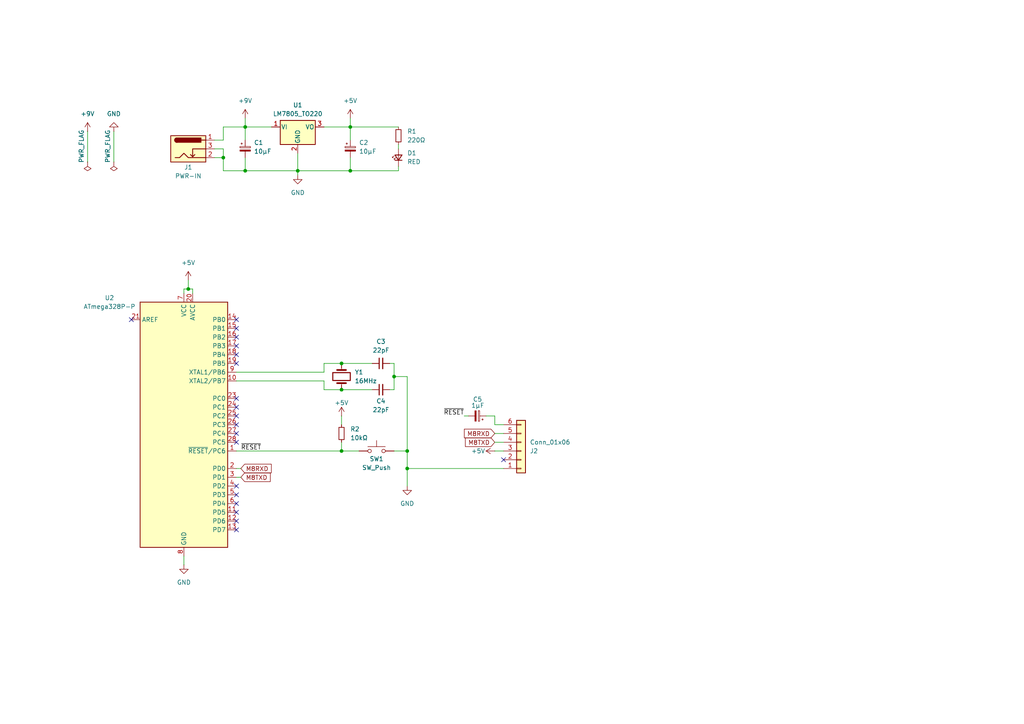
<source format=kicad_sch>
(kicad_sch
	(version 20231120)
	(generator "eeschema")
	(generator_version "8.0")
	(uuid "c9afb6e5-476c-4c97-83ae-1c7dcb560d31")
	(paper "A4")
	(lib_symbols
		(symbol "Connector:Barrel_Jack_Switch"
			(pin_names hide)
			(exclude_from_sim no)
			(in_bom yes)
			(on_board yes)
			(property "Reference" "J"
				(at 0 5.334 0)
				(effects
					(font
						(size 1.27 1.27)
					)
				)
			)
			(property "Value" "Barrel_Jack_Switch"
				(at 0 -5.08 0)
				(effects
					(font
						(size 1.27 1.27)
					)
				)
			)
			(property "Footprint" ""
				(at 1.27 -1.016 0)
				(effects
					(font
						(size 1.27 1.27)
					)
					(hide yes)
				)
			)
			(property "Datasheet" "~"
				(at 1.27 -1.016 0)
				(effects
					(font
						(size 1.27 1.27)
					)
					(hide yes)
				)
			)
			(property "Description" "DC Barrel Jack with an internal switch"
				(at 0 0 0)
				(effects
					(font
						(size 1.27 1.27)
					)
					(hide yes)
				)
			)
			(property "ki_keywords" "DC power barrel jack connector"
				(at 0 0 0)
				(effects
					(font
						(size 1.27 1.27)
					)
					(hide yes)
				)
			)
			(property "ki_fp_filters" "BarrelJack*"
				(at 0 0 0)
				(effects
					(font
						(size 1.27 1.27)
					)
					(hide yes)
				)
			)
			(symbol "Barrel_Jack_Switch_0_1"
				(rectangle
					(start -5.08 3.81)
					(end 5.08 -3.81)
					(stroke
						(width 0.254)
						(type default)
					)
					(fill
						(type background)
					)
				)
				(arc
					(start -3.302 3.175)
					(mid -3.9343 2.54)
					(end -3.302 1.905)
					(stroke
						(width 0.254)
						(type default)
					)
					(fill
						(type none)
					)
				)
				(arc
					(start -3.302 3.175)
					(mid -3.9343 2.54)
					(end -3.302 1.905)
					(stroke
						(width 0.254)
						(type default)
					)
					(fill
						(type outline)
					)
				)
				(polyline
					(pts
						(xy 1.27 -2.286) (xy 1.905 -1.651)
					)
					(stroke
						(width 0.254)
						(type default)
					)
					(fill
						(type none)
					)
				)
				(polyline
					(pts
						(xy 5.08 2.54) (xy 3.81 2.54)
					)
					(stroke
						(width 0.254)
						(type default)
					)
					(fill
						(type none)
					)
				)
				(polyline
					(pts
						(xy 5.08 0) (xy 1.27 0) (xy 1.27 -2.286) (xy 0.635 -1.651)
					)
					(stroke
						(width 0.254)
						(type default)
					)
					(fill
						(type none)
					)
				)
				(polyline
					(pts
						(xy -3.81 -2.54) (xy -2.54 -2.54) (xy -1.27 -1.27) (xy 0 -2.54) (xy 2.54 -2.54) (xy 5.08 -2.54)
					)
					(stroke
						(width 0.254)
						(type default)
					)
					(fill
						(type none)
					)
				)
				(rectangle
					(start 3.683 3.175)
					(end -3.302 1.905)
					(stroke
						(width 0.254)
						(type default)
					)
					(fill
						(type outline)
					)
				)
			)
			(symbol "Barrel_Jack_Switch_1_1"
				(pin passive line
					(at 7.62 2.54 180)
					(length 2.54)
					(name "~"
						(effects
							(font
								(size 1.27 1.27)
							)
						)
					)
					(number "1"
						(effects
							(font
								(size 1.27 1.27)
							)
						)
					)
				)
				(pin passive line
					(at 7.62 -2.54 180)
					(length 2.54)
					(name "~"
						(effects
							(font
								(size 1.27 1.27)
							)
						)
					)
					(number "2"
						(effects
							(font
								(size 1.27 1.27)
							)
						)
					)
				)
				(pin passive line
					(at 7.62 0 180)
					(length 2.54)
					(name "~"
						(effects
							(font
								(size 1.27 1.27)
							)
						)
					)
					(number "3"
						(effects
							(font
								(size 1.27 1.27)
							)
						)
					)
				)
			)
		)
		(symbol "Connector_Generic:Conn_01x06"
			(pin_names
				(offset 1.016) hide)
			(exclude_from_sim no)
			(in_bom yes)
			(on_board yes)
			(property "Reference" "J"
				(at 0 7.62 0)
				(effects
					(font
						(size 1.27 1.27)
					)
				)
			)
			(property "Value" "Conn_01x06"
				(at 0 -10.16 0)
				(effects
					(font
						(size 1.27 1.27)
					)
				)
			)
			(property "Footprint" ""
				(at 0 0 0)
				(effects
					(font
						(size 1.27 1.27)
					)
					(hide yes)
				)
			)
			(property "Datasheet" "~"
				(at 0 0 0)
				(effects
					(font
						(size 1.27 1.27)
					)
					(hide yes)
				)
			)
			(property "Description" "Generic connector, single row, 01x06, script generated (kicad-library-utils/schlib/autogen/connector/)"
				(at 0 0 0)
				(effects
					(font
						(size 1.27 1.27)
					)
					(hide yes)
				)
			)
			(property "ki_keywords" "connector"
				(at 0 0 0)
				(effects
					(font
						(size 1.27 1.27)
					)
					(hide yes)
				)
			)
			(property "ki_fp_filters" "Connector*:*_1x??_*"
				(at 0 0 0)
				(effects
					(font
						(size 1.27 1.27)
					)
					(hide yes)
				)
			)
			(symbol "Conn_01x06_1_1"
				(rectangle
					(start -1.27 -7.493)
					(end 0 -7.747)
					(stroke
						(width 0.1524)
						(type default)
					)
					(fill
						(type none)
					)
				)
				(rectangle
					(start -1.27 -4.953)
					(end 0 -5.207)
					(stroke
						(width 0.1524)
						(type default)
					)
					(fill
						(type none)
					)
				)
				(rectangle
					(start -1.27 -2.413)
					(end 0 -2.667)
					(stroke
						(width 0.1524)
						(type default)
					)
					(fill
						(type none)
					)
				)
				(rectangle
					(start -1.27 0.127)
					(end 0 -0.127)
					(stroke
						(width 0.1524)
						(type default)
					)
					(fill
						(type none)
					)
				)
				(rectangle
					(start -1.27 2.667)
					(end 0 2.413)
					(stroke
						(width 0.1524)
						(type default)
					)
					(fill
						(type none)
					)
				)
				(rectangle
					(start -1.27 5.207)
					(end 0 4.953)
					(stroke
						(width 0.1524)
						(type default)
					)
					(fill
						(type none)
					)
				)
				(rectangle
					(start -1.27 6.35)
					(end 1.27 -8.89)
					(stroke
						(width 0.254)
						(type default)
					)
					(fill
						(type background)
					)
				)
				(pin passive line
					(at -5.08 5.08 0)
					(length 3.81)
					(name "Pin_1"
						(effects
							(font
								(size 1.27 1.27)
							)
						)
					)
					(number "1"
						(effects
							(font
								(size 1.27 1.27)
							)
						)
					)
				)
				(pin passive line
					(at -5.08 2.54 0)
					(length 3.81)
					(name "Pin_2"
						(effects
							(font
								(size 1.27 1.27)
							)
						)
					)
					(number "2"
						(effects
							(font
								(size 1.27 1.27)
							)
						)
					)
				)
				(pin passive line
					(at -5.08 0 0)
					(length 3.81)
					(name "Pin_3"
						(effects
							(font
								(size 1.27 1.27)
							)
						)
					)
					(number "3"
						(effects
							(font
								(size 1.27 1.27)
							)
						)
					)
				)
				(pin passive line
					(at -5.08 -2.54 0)
					(length 3.81)
					(name "Pin_4"
						(effects
							(font
								(size 1.27 1.27)
							)
						)
					)
					(number "4"
						(effects
							(font
								(size 1.27 1.27)
							)
						)
					)
				)
				(pin passive line
					(at -5.08 -5.08 0)
					(length 3.81)
					(name "Pin_5"
						(effects
							(font
								(size 1.27 1.27)
							)
						)
					)
					(number "5"
						(effects
							(font
								(size 1.27 1.27)
							)
						)
					)
				)
				(pin passive line
					(at -5.08 -7.62 0)
					(length 3.81)
					(name "Pin_6"
						(effects
							(font
								(size 1.27 1.27)
							)
						)
					)
					(number "6"
						(effects
							(font
								(size 1.27 1.27)
							)
						)
					)
				)
			)
		)
		(symbol "Device:C_Polarized_Small"
			(pin_numbers hide)
			(pin_names
				(offset 0.254) hide)
			(exclude_from_sim no)
			(in_bom yes)
			(on_board yes)
			(property "Reference" "C"
				(at 0.254 1.778 0)
				(effects
					(font
						(size 1.27 1.27)
					)
					(justify left)
				)
			)
			(property "Value" "C_Polarized_Small"
				(at 0.254 -2.032 0)
				(effects
					(font
						(size 1.27 1.27)
					)
					(justify left)
				)
			)
			(property "Footprint" ""
				(at 0 0 0)
				(effects
					(font
						(size 1.27 1.27)
					)
					(hide yes)
				)
			)
			(property "Datasheet" "~"
				(at 0 0 0)
				(effects
					(font
						(size 1.27 1.27)
					)
					(hide yes)
				)
			)
			(property "Description" "Polarized capacitor, small symbol"
				(at 0 0 0)
				(effects
					(font
						(size 1.27 1.27)
					)
					(hide yes)
				)
			)
			(property "ki_keywords" "cap capacitor"
				(at 0 0 0)
				(effects
					(font
						(size 1.27 1.27)
					)
					(hide yes)
				)
			)
			(property "ki_fp_filters" "CP_*"
				(at 0 0 0)
				(effects
					(font
						(size 1.27 1.27)
					)
					(hide yes)
				)
			)
			(symbol "C_Polarized_Small_0_1"
				(rectangle
					(start -1.524 -0.3048)
					(end 1.524 -0.6858)
					(stroke
						(width 0)
						(type default)
					)
					(fill
						(type outline)
					)
				)
				(rectangle
					(start -1.524 0.6858)
					(end 1.524 0.3048)
					(stroke
						(width 0)
						(type default)
					)
					(fill
						(type none)
					)
				)
				(polyline
					(pts
						(xy -1.27 1.524) (xy -0.762 1.524)
					)
					(stroke
						(width 0)
						(type default)
					)
					(fill
						(type none)
					)
				)
				(polyline
					(pts
						(xy -1.016 1.27) (xy -1.016 1.778)
					)
					(stroke
						(width 0)
						(type default)
					)
					(fill
						(type none)
					)
				)
			)
			(symbol "C_Polarized_Small_1_1"
				(pin passive line
					(at 0 2.54 270)
					(length 1.8542)
					(name "~"
						(effects
							(font
								(size 1.27 1.27)
							)
						)
					)
					(number "1"
						(effects
							(font
								(size 1.27 1.27)
							)
						)
					)
				)
				(pin passive line
					(at 0 -2.54 90)
					(length 1.8542)
					(name "~"
						(effects
							(font
								(size 1.27 1.27)
							)
						)
					)
					(number "2"
						(effects
							(font
								(size 1.27 1.27)
							)
						)
					)
				)
			)
		)
		(symbol "Device:C_Small"
			(pin_numbers hide)
			(pin_names
				(offset 0.254) hide)
			(exclude_from_sim no)
			(in_bom yes)
			(on_board yes)
			(property "Reference" "C"
				(at 0.254 1.778 0)
				(effects
					(font
						(size 1.27 1.27)
					)
					(justify left)
				)
			)
			(property "Value" "C_Small"
				(at 0.254 -2.032 0)
				(effects
					(font
						(size 1.27 1.27)
					)
					(justify left)
				)
			)
			(property "Footprint" ""
				(at 0 0 0)
				(effects
					(font
						(size 1.27 1.27)
					)
					(hide yes)
				)
			)
			(property "Datasheet" "~"
				(at 0 0 0)
				(effects
					(font
						(size 1.27 1.27)
					)
					(hide yes)
				)
			)
			(property "Description" "Unpolarized capacitor, small symbol"
				(at 0 0 0)
				(effects
					(font
						(size 1.27 1.27)
					)
					(hide yes)
				)
			)
			(property "ki_keywords" "capacitor cap"
				(at 0 0 0)
				(effects
					(font
						(size 1.27 1.27)
					)
					(hide yes)
				)
			)
			(property "ki_fp_filters" "C_*"
				(at 0 0 0)
				(effects
					(font
						(size 1.27 1.27)
					)
					(hide yes)
				)
			)
			(symbol "C_Small_0_1"
				(polyline
					(pts
						(xy -1.524 -0.508) (xy 1.524 -0.508)
					)
					(stroke
						(width 0.3302)
						(type default)
					)
					(fill
						(type none)
					)
				)
				(polyline
					(pts
						(xy -1.524 0.508) (xy 1.524 0.508)
					)
					(stroke
						(width 0.3048)
						(type default)
					)
					(fill
						(type none)
					)
				)
			)
			(symbol "C_Small_1_1"
				(pin passive line
					(at 0 2.54 270)
					(length 2.032)
					(name "~"
						(effects
							(font
								(size 1.27 1.27)
							)
						)
					)
					(number "1"
						(effects
							(font
								(size 1.27 1.27)
							)
						)
					)
				)
				(pin passive line
					(at 0 -2.54 90)
					(length 2.032)
					(name "~"
						(effects
							(font
								(size 1.27 1.27)
							)
						)
					)
					(number "2"
						(effects
							(font
								(size 1.27 1.27)
							)
						)
					)
				)
			)
		)
		(symbol "Device:Crystal"
			(pin_numbers hide)
			(pin_names
				(offset 1.016) hide)
			(exclude_from_sim no)
			(in_bom yes)
			(on_board yes)
			(property "Reference" "Y"
				(at 0 3.81 0)
				(effects
					(font
						(size 1.27 1.27)
					)
				)
			)
			(property "Value" "Crystal"
				(at 0 -3.81 0)
				(effects
					(font
						(size 1.27 1.27)
					)
				)
			)
			(property "Footprint" ""
				(at 0 0 0)
				(effects
					(font
						(size 1.27 1.27)
					)
					(hide yes)
				)
			)
			(property "Datasheet" "~"
				(at 0 0 0)
				(effects
					(font
						(size 1.27 1.27)
					)
					(hide yes)
				)
			)
			(property "Description" "Two pin crystal"
				(at 0 0 0)
				(effects
					(font
						(size 1.27 1.27)
					)
					(hide yes)
				)
			)
			(property "ki_keywords" "quartz ceramic resonator oscillator"
				(at 0 0 0)
				(effects
					(font
						(size 1.27 1.27)
					)
					(hide yes)
				)
			)
			(property "ki_fp_filters" "Crystal*"
				(at 0 0 0)
				(effects
					(font
						(size 1.27 1.27)
					)
					(hide yes)
				)
			)
			(symbol "Crystal_0_1"
				(rectangle
					(start -1.143 2.54)
					(end 1.143 -2.54)
					(stroke
						(width 0.3048)
						(type default)
					)
					(fill
						(type none)
					)
				)
				(polyline
					(pts
						(xy -2.54 0) (xy -1.905 0)
					)
					(stroke
						(width 0)
						(type default)
					)
					(fill
						(type none)
					)
				)
				(polyline
					(pts
						(xy -1.905 -1.27) (xy -1.905 1.27)
					)
					(stroke
						(width 0.508)
						(type default)
					)
					(fill
						(type none)
					)
				)
				(polyline
					(pts
						(xy 1.905 -1.27) (xy 1.905 1.27)
					)
					(stroke
						(width 0.508)
						(type default)
					)
					(fill
						(type none)
					)
				)
				(polyline
					(pts
						(xy 2.54 0) (xy 1.905 0)
					)
					(stroke
						(width 0)
						(type default)
					)
					(fill
						(type none)
					)
				)
			)
			(symbol "Crystal_1_1"
				(pin passive line
					(at -3.81 0 0)
					(length 1.27)
					(name "1"
						(effects
							(font
								(size 1.27 1.27)
							)
						)
					)
					(number "1"
						(effects
							(font
								(size 1.27 1.27)
							)
						)
					)
				)
				(pin passive line
					(at 3.81 0 180)
					(length 1.27)
					(name "2"
						(effects
							(font
								(size 1.27 1.27)
							)
						)
					)
					(number "2"
						(effects
							(font
								(size 1.27 1.27)
							)
						)
					)
				)
			)
		)
		(symbol "Device:LED_Small"
			(pin_numbers hide)
			(pin_names
				(offset 0.254) hide)
			(exclude_from_sim no)
			(in_bom yes)
			(on_board yes)
			(property "Reference" "D"
				(at -1.27 3.175 0)
				(effects
					(font
						(size 1.27 1.27)
					)
					(justify left)
				)
			)
			(property "Value" "LED_Small"
				(at -4.445 -2.54 0)
				(effects
					(font
						(size 1.27 1.27)
					)
					(justify left)
				)
			)
			(property "Footprint" ""
				(at 0 0 90)
				(effects
					(font
						(size 1.27 1.27)
					)
					(hide yes)
				)
			)
			(property "Datasheet" "~"
				(at 0 0 90)
				(effects
					(font
						(size 1.27 1.27)
					)
					(hide yes)
				)
			)
			(property "Description" "Light emitting diode, small symbol"
				(at 0 0 0)
				(effects
					(font
						(size 1.27 1.27)
					)
					(hide yes)
				)
			)
			(property "ki_keywords" "LED diode light-emitting-diode"
				(at 0 0 0)
				(effects
					(font
						(size 1.27 1.27)
					)
					(hide yes)
				)
			)
			(property "ki_fp_filters" "LED* LED_SMD:* LED_THT:*"
				(at 0 0 0)
				(effects
					(font
						(size 1.27 1.27)
					)
					(hide yes)
				)
			)
			(symbol "LED_Small_0_1"
				(polyline
					(pts
						(xy -0.762 -1.016) (xy -0.762 1.016)
					)
					(stroke
						(width 0.254)
						(type default)
					)
					(fill
						(type none)
					)
				)
				(polyline
					(pts
						(xy 1.016 0) (xy -0.762 0)
					)
					(stroke
						(width 0)
						(type default)
					)
					(fill
						(type none)
					)
				)
				(polyline
					(pts
						(xy 0.762 -1.016) (xy -0.762 0) (xy 0.762 1.016) (xy 0.762 -1.016)
					)
					(stroke
						(width 0.254)
						(type default)
					)
					(fill
						(type none)
					)
				)
				(polyline
					(pts
						(xy 0 0.762) (xy -0.508 1.27) (xy -0.254 1.27) (xy -0.508 1.27) (xy -0.508 1.016)
					)
					(stroke
						(width 0)
						(type default)
					)
					(fill
						(type none)
					)
				)
				(polyline
					(pts
						(xy 0.508 1.27) (xy 0 1.778) (xy 0.254 1.778) (xy 0 1.778) (xy 0 1.524)
					)
					(stroke
						(width 0)
						(type default)
					)
					(fill
						(type none)
					)
				)
			)
			(symbol "LED_Small_1_1"
				(pin passive line
					(at -2.54 0 0)
					(length 1.778)
					(name "K"
						(effects
							(font
								(size 1.27 1.27)
							)
						)
					)
					(number "1"
						(effects
							(font
								(size 1.27 1.27)
							)
						)
					)
				)
				(pin passive line
					(at 2.54 0 180)
					(length 1.778)
					(name "A"
						(effects
							(font
								(size 1.27 1.27)
							)
						)
					)
					(number "2"
						(effects
							(font
								(size 1.27 1.27)
							)
						)
					)
				)
			)
		)
		(symbol "Device:R_Small"
			(pin_numbers hide)
			(pin_names
				(offset 0.254) hide)
			(exclude_from_sim no)
			(in_bom yes)
			(on_board yes)
			(property "Reference" "R"
				(at 0.762 0.508 0)
				(effects
					(font
						(size 1.27 1.27)
					)
					(justify left)
				)
			)
			(property "Value" "R_Small"
				(at 0.762 -1.016 0)
				(effects
					(font
						(size 1.27 1.27)
					)
					(justify left)
				)
			)
			(property "Footprint" ""
				(at 0 0 0)
				(effects
					(font
						(size 1.27 1.27)
					)
					(hide yes)
				)
			)
			(property "Datasheet" "~"
				(at 0 0 0)
				(effects
					(font
						(size 1.27 1.27)
					)
					(hide yes)
				)
			)
			(property "Description" "Resistor, small symbol"
				(at 0 0 0)
				(effects
					(font
						(size 1.27 1.27)
					)
					(hide yes)
				)
			)
			(property "ki_keywords" "R resistor"
				(at 0 0 0)
				(effects
					(font
						(size 1.27 1.27)
					)
					(hide yes)
				)
			)
			(property "ki_fp_filters" "R_*"
				(at 0 0 0)
				(effects
					(font
						(size 1.27 1.27)
					)
					(hide yes)
				)
			)
			(symbol "R_Small_0_1"
				(rectangle
					(start -0.762 1.778)
					(end 0.762 -1.778)
					(stroke
						(width 0.2032)
						(type default)
					)
					(fill
						(type none)
					)
				)
			)
			(symbol "R_Small_1_1"
				(pin passive line
					(at 0 2.54 270)
					(length 0.762)
					(name "~"
						(effects
							(font
								(size 1.27 1.27)
							)
						)
					)
					(number "1"
						(effects
							(font
								(size 1.27 1.27)
							)
						)
					)
				)
				(pin passive line
					(at 0 -2.54 90)
					(length 0.762)
					(name "~"
						(effects
							(font
								(size 1.27 1.27)
							)
						)
					)
					(number "2"
						(effects
							(font
								(size 1.27 1.27)
							)
						)
					)
				)
			)
		)
		(symbol "MCU_Microchip_ATmega:ATmega328P-P"
			(exclude_from_sim no)
			(in_bom yes)
			(on_board yes)
			(property "Reference" "U"
				(at -12.7 36.83 0)
				(effects
					(font
						(size 1.27 1.27)
					)
					(justify left bottom)
				)
			)
			(property "Value" "ATmega328P-P"
				(at 2.54 -36.83 0)
				(effects
					(font
						(size 1.27 1.27)
					)
					(justify left top)
				)
			)
			(property "Footprint" "Package_DIP:DIP-28_W7.62mm"
				(at 0 0 0)
				(effects
					(font
						(size 1.27 1.27)
						(italic yes)
					)
					(hide yes)
				)
			)
			(property "Datasheet" "http://ww1.microchip.com/downloads/en/DeviceDoc/ATmega328_P%20AVR%20MCU%20with%20picoPower%20Technology%20Data%20Sheet%2040001984A.pdf"
				(at 0 0 0)
				(effects
					(font
						(size 1.27 1.27)
					)
					(hide yes)
				)
			)
			(property "Description" "20MHz, 32kB Flash, 2kB SRAM, 1kB EEPROM, DIP-28"
				(at 0 0 0)
				(effects
					(font
						(size 1.27 1.27)
					)
					(hide yes)
				)
			)
			(property "ki_keywords" "AVR 8bit Microcontroller MegaAVR PicoPower"
				(at 0 0 0)
				(effects
					(font
						(size 1.27 1.27)
					)
					(hide yes)
				)
			)
			(property "ki_fp_filters" "DIP*W7.62mm*"
				(at 0 0 0)
				(effects
					(font
						(size 1.27 1.27)
					)
					(hide yes)
				)
			)
			(symbol "ATmega328P-P_0_1"
				(rectangle
					(start -12.7 -35.56)
					(end 12.7 35.56)
					(stroke
						(width 0.254)
						(type default)
					)
					(fill
						(type background)
					)
				)
			)
			(symbol "ATmega328P-P_1_1"
				(pin bidirectional line
					(at 15.24 -7.62 180)
					(length 2.54)
					(name "~{RESET}/PC6"
						(effects
							(font
								(size 1.27 1.27)
							)
						)
					)
					(number "1"
						(effects
							(font
								(size 1.27 1.27)
							)
						)
					)
				)
				(pin bidirectional line
					(at 15.24 12.7 180)
					(length 2.54)
					(name "XTAL2/PB7"
						(effects
							(font
								(size 1.27 1.27)
							)
						)
					)
					(number "10"
						(effects
							(font
								(size 1.27 1.27)
							)
						)
					)
				)
				(pin bidirectional line
					(at 15.24 -25.4 180)
					(length 2.54)
					(name "PD5"
						(effects
							(font
								(size 1.27 1.27)
							)
						)
					)
					(number "11"
						(effects
							(font
								(size 1.27 1.27)
							)
						)
					)
				)
				(pin bidirectional line
					(at 15.24 -27.94 180)
					(length 2.54)
					(name "PD6"
						(effects
							(font
								(size 1.27 1.27)
							)
						)
					)
					(number "12"
						(effects
							(font
								(size 1.27 1.27)
							)
						)
					)
				)
				(pin bidirectional line
					(at 15.24 -30.48 180)
					(length 2.54)
					(name "PD7"
						(effects
							(font
								(size 1.27 1.27)
							)
						)
					)
					(number "13"
						(effects
							(font
								(size 1.27 1.27)
							)
						)
					)
				)
				(pin bidirectional line
					(at 15.24 30.48 180)
					(length 2.54)
					(name "PB0"
						(effects
							(font
								(size 1.27 1.27)
							)
						)
					)
					(number "14"
						(effects
							(font
								(size 1.27 1.27)
							)
						)
					)
				)
				(pin bidirectional line
					(at 15.24 27.94 180)
					(length 2.54)
					(name "PB1"
						(effects
							(font
								(size 1.27 1.27)
							)
						)
					)
					(number "15"
						(effects
							(font
								(size 1.27 1.27)
							)
						)
					)
				)
				(pin bidirectional line
					(at 15.24 25.4 180)
					(length 2.54)
					(name "PB2"
						(effects
							(font
								(size 1.27 1.27)
							)
						)
					)
					(number "16"
						(effects
							(font
								(size 1.27 1.27)
							)
						)
					)
				)
				(pin bidirectional line
					(at 15.24 22.86 180)
					(length 2.54)
					(name "PB3"
						(effects
							(font
								(size 1.27 1.27)
							)
						)
					)
					(number "17"
						(effects
							(font
								(size 1.27 1.27)
							)
						)
					)
				)
				(pin bidirectional line
					(at 15.24 20.32 180)
					(length 2.54)
					(name "PB4"
						(effects
							(font
								(size 1.27 1.27)
							)
						)
					)
					(number "18"
						(effects
							(font
								(size 1.27 1.27)
							)
						)
					)
				)
				(pin bidirectional line
					(at 15.24 17.78 180)
					(length 2.54)
					(name "PB5"
						(effects
							(font
								(size 1.27 1.27)
							)
						)
					)
					(number "19"
						(effects
							(font
								(size 1.27 1.27)
							)
						)
					)
				)
				(pin bidirectional line
					(at 15.24 -12.7 180)
					(length 2.54)
					(name "PD0"
						(effects
							(font
								(size 1.27 1.27)
							)
						)
					)
					(number "2"
						(effects
							(font
								(size 1.27 1.27)
							)
						)
					)
				)
				(pin power_in line
					(at 2.54 38.1 270)
					(length 2.54)
					(name "AVCC"
						(effects
							(font
								(size 1.27 1.27)
							)
						)
					)
					(number "20"
						(effects
							(font
								(size 1.27 1.27)
							)
						)
					)
				)
				(pin passive line
					(at -15.24 30.48 0)
					(length 2.54)
					(name "AREF"
						(effects
							(font
								(size 1.27 1.27)
							)
						)
					)
					(number "21"
						(effects
							(font
								(size 1.27 1.27)
							)
						)
					)
				)
				(pin passive line
					(at 0 -38.1 90)
					(length 2.54) hide
					(name "GND"
						(effects
							(font
								(size 1.27 1.27)
							)
						)
					)
					(number "22"
						(effects
							(font
								(size 1.27 1.27)
							)
						)
					)
				)
				(pin bidirectional line
					(at 15.24 7.62 180)
					(length 2.54)
					(name "PC0"
						(effects
							(font
								(size 1.27 1.27)
							)
						)
					)
					(number "23"
						(effects
							(font
								(size 1.27 1.27)
							)
						)
					)
				)
				(pin bidirectional line
					(at 15.24 5.08 180)
					(length 2.54)
					(name "PC1"
						(effects
							(font
								(size 1.27 1.27)
							)
						)
					)
					(number "24"
						(effects
							(font
								(size 1.27 1.27)
							)
						)
					)
				)
				(pin bidirectional line
					(at 15.24 2.54 180)
					(length 2.54)
					(name "PC2"
						(effects
							(font
								(size 1.27 1.27)
							)
						)
					)
					(number "25"
						(effects
							(font
								(size 1.27 1.27)
							)
						)
					)
				)
				(pin bidirectional line
					(at 15.24 0 180)
					(length 2.54)
					(name "PC3"
						(effects
							(font
								(size 1.27 1.27)
							)
						)
					)
					(number "26"
						(effects
							(font
								(size 1.27 1.27)
							)
						)
					)
				)
				(pin bidirectional line
					(at 15.24 -2.54 180)
					(length 2.54)
					(name "PC4"
						(effects
							(font
								(size 1.27 1.27)
							)
						)
					)
					(number "27"
						(effects
							(font
								(size 1.27 1.27)
							)
						)
					)
				)
				(pin bidirectional line
					(at 15.24 -5.08 180)
					(length 2.54)
					(name "PC5"
						(effects
							(font
								(size 1.27 1.27)
							)
						)
					)
					(number "28"
						(effects
							(font
								(size 1.27 1.27)
							)
						)
					)
				)
				(pin bidirectional line
					(at 15.24 -15.24 180)
					(length 2.54)
					(name "PD1"
						(effects
							(font
								(size 1.27 1.27)
							)
						)
					)
					(number "3"
						(effects
							(font
								(size 1.27 1.27)
							)
						)
					)
				)
				(pin bidirectional line
					(at 15.24 -17.78 180)
					(length 2.54)
					(name "PD2"
						(effects
							(font
								(size 1.27 1.27)
							)
						)
					)
					(number "4"
						(effects
							(font
								(size 1.27 1.27)
							)
						)
					)
				)
				(pin bidirectional line
					(at 15.24 -20.32 180)
					(length 2.54)
					(name "PD3"
						(effects
							(font
								(size 1.27 1.27)
							)
						)
					)
					(number "5"
						(effects
							(font
								(size 1.27 1.27)
							)
						)
					)
				)
				(pin bidirectional line
					(at 15.24 -22.86 180)
					(length 2.54)
					(name "PD4"
						(effects
							(font
								(size 1.27 1.27)
							)
						)
					)
					(number "6"
						(effects
							(font
								(size 1.27 1.27)
							)
						)
					)
				)
				(pin power_in line
					(at 0 38.1 270)
					(length 2.54)
					(name "VCC"
						(effects
							(font
								(size 1.27 1.27)
							)
						)
					)
					(number "7"
						(effects
							(font
								(size 1.27 1.27)
							)
						)
					)
				)
				(pin power_in line
					(at 0 -38.1 90)
					(length 2.54)
					(name "GND"
						(effects
							(font
								(size 1.27 1.27)
							)
						)
					)
					(number "8"
						(effects
							(font
								(size 1.27 1.27)
							)
						)
					)
				)
				(pin bidirectional line
					(at 15.24 15.24 180)
					(length 2.54)
					(name "XTAL1/PB6"
						(effects
							(font
								(size 1.27 1.27)
							)
						)
					)
					(number "9"
						(effects
							(font
								(size 1.27 1.27)
							)
						)
					)
				)
			)
		)
		(symbol "Regulator_Linear:LM7805_TO220"
			(pin_names
				(offset 0.254)
			)
			(exclude_from_sim no)
			(in_bom yes)
			(on_board yes)
			(property "Reference" "U"
				(at -3.81 3.175 0)
				(effects
					(font
						(size 1.27 1.27)
					)
				)
			)
			(property "Value" "LM7805_TO220"
				(at 0 3.175 0)
				(effects
					(font
						(size 1.27 1.27)
					)
					(justify left)
				)
			)
			(property "Footprint" "Package_TO_SOT_THT:TO-220-3_Vertical"
				(at 0 5.715 0)
				(effects
					(font
						(size 1.27 1.27)
						(italic yes)
					)
					(hide yes)
				)
			)
			(property "Datasheet" "https://www.onsemi.cn/PowerSolutions/document/MC7800-D.PDF"
				(at 0 -1.27 0)
				(effects
					(font
						(size 1.27 1.27)
					)
					(hide yes)
				)
			)
			(property "Description" "Positive 1A 35V Linear Regulator, Fixed Output 5V, TO-220"
				(at 0 0 0)
				(effects
					(font
						(size 1.27 1.27)
					)
					(hide yes)
				)
			)
			(property "ki_keywords" "Voltage Regulator 1A Positive"
				(at 0 0 0)
				(effects
					(font
						(size 1.27 1.27)
					)
					(hide yes)
				)
			)
			(property "ki_fp_filters" "TO?220*"
				(at 0 0 0)
				(effects
					(font
						(size 1.27 1.27)
					)
					(hide yes)
				)
			)
			(symbol "LM7805_TO220_0_1"
				(rectangle
					(start -5.08 1.905)
					(end 5.08 -5.08)
					(stroke
						(width 0.254)
						(type default)
					)
					(fill
						(type background)
					)
				)
			)
			(symbol "LM7805_TO220_1_1"
				(pin power_in line
					(at -7.62 0 0)
					(length 2.54)
					(name "VI"
						(effects
							(font
								(size 1.27 1.27)
							)
						)
					)
					(number "1"
						(effects
							(font
								(size 1.27 1.27)
							)
						)
					)
				)
				(pin power_in line
					(at 0 -7.62 90)
					(length 2.54)
					(name "GND"
						(effects
							(font
								(size 1.27 1.27)
							)
						)
					)
					(number "2"
						(effects
							(font
								(size 1.27 1.27)
							)
						)
					)
				)
				(pin power_out line
					(at 7.62 0 180)
					(length 2.54)
					(name "VO"
						(effects
							(font
								(size 1.27 1.27)
							)
						)
					)
					(number "3"
						(effects
							(font
								(size 1.27 1.27)
							)
						)
					)
				)
			)
		)
		(symbol "Switch:SW_Push"
			(pin_numbers hide)
			(pin_names
				(offset 1.016) hide)
			(exclude_from_sim no)
			(in_bom yes)
			(on_board yes)
			(property "Reference" "SW"
				(at 1.27 2.54 0)
				(effects
					(font
						(size 1.27 1.27)
					)
					(justify left)
				)
			)
			(property "Value" "SW_Push"
				(at 0 -1.524 0)
				(effects
					(font
						(size 1.27 1.27)
					)
				)
			)
			(property "Footprint" ""
				(at 0 5.08 0)
				(effects
					(font
						(size 1.27 1.27)
					)
					(hide yes)
				)
			)
			(property "Datasheet" "~"
				(at 0 5.08 0)
				(effects
					(font
						(size 1.27 1.27)
					)
					(hide yes)
				)
			)
			(property "Description" "Push button switch, generic, two pins"
				(at 0 0 0)
				(effects
					(font
						(size 1.27 1.27)
					)
					(hide yes)
				)
			)
			(property "ki_keywords" "switch normally-open pushbutton push-button"
				(at 0 0 0)
				(effects
					(font
						(size 1.27 1.27)
					)
					(hide yes)
				)
			)
			(symbol "SW_Push_0_1"
				(circle
					(center -2.032 0)
					(radius 0.508)
					(stroke
						(width 0)
						(type default)
					)
					(fill
						(type none)
					)
				)
				(polyline
					(pts
						(xy 0 1.27) (xy 0 3.048)
					)
					(stroke
						(width 0)
						(type default)
					)
					(fill
						(type none)
					)
				)
				(polyline
					(pts
						(xy 2.54 1.27) (xy -2.54 1.27)
					)
					(stroke
						(width 0)
						(type default)
					)
					(fill
						(type none)
					)
				)
				(circle
					(center 2.032 0)
					(radius 0.508)
					(stroke
						(width 0)
						(type default)
					)
					(fill
						(type none)
					)
				)
				(pin passive line
					(at -5.08 0 0)
					(length 2.54)
					(name "1"
						(effects
							(font
								(size 1.27 1.27)
							)
						)
					)
					(number "1"
						(effects
							(font
								(size 1.27 1.27)
							)
						)
					)
				)
				(pin passive line
					(at 5.08 0 180)
					(length 2.54)
					(name "2"
						(effects
							(font
								(size 1.27 1.27)
							)
						)
					)
					(number "2"
						(effects
							(font
								(size 1.27 1.27)
							)
						)
					)
				)
			)
		)
		(symbol "power:+5V"
			(power)
			(pin_numbers hide)
			(pin_names
				(offset 0) hide)
			(exclude_from_sim no)
			(in_bom yes)
			(on_board yes)
			(property "Reference" "#PWR"
				(at 0 -3.81 0)
				(effects
					(font
						(size 1.27 1.27)
					)
					(hide yes)
				)
			)
			(property "Value" "+5V"
				(at 0 3.556 0)
				(effects
					(font
						(size 1.27 1.27)
					)
				)
			)
			(property "Footprint" ""
				(at 0 0 0)
				(effects
					(font
						(size 1.27 1.27)
					)
					(hide yes)
				)
			)
			(property "Datasheet" ""
				(at 0 0 0)
				(effects
					(font
						(size 1.27 1.27)
					)
					(hide yes)
				)
			)
			(property "Description" "Power symbol creates a global label with name \"+5V\""
				(at 0 0 0)
				(effects
					(font
						(size 1.27 1.27)
					)
					(hide yes)
				)
			)
			(property "ki_keywords" "global power"
				(at 0 0 0)
				(effects
					(font
						(size 1.27 1.27)
					)
					(hide yes)
				)
			)
			(symbol "+5V_0_1"
				(polyline
					(pts
						(xy -0.762 1.27) (xy 0 2.54)
					)
					(stroke
						(width 0)
						(type default)
					)
					(fill
						(type none)
					)
				)
				(polyline
					(pts
						(xy 0 0) (xy 0 2.54)
					)
					(stroke
						(width 0)
						(type default)
					)
					(fill
						(type none)
					)
				)
				(polyline
					(pts
						(xy 0 2.54) (xy 0.762 1.27)
					)
					(stroke
						(width 0)
						(type default)
					)
					(fill
						(type none)
					)
				)
			)
			(symbol "+5V_1_1"
				(pin power_in line
					(at 0 0 90)
					(length 0)
					(name "~"
						(effects
							(font
								(size 1.27 1.27)
							)
						)
					)
					(number "1"
						(effects
							(font
								(size 1.27 1.27)
							)
						)
					)
				)
			)
		)
		(symbol "power:+9V"
			(power)
			(pin_numbers hide)
			(pin_names
				(offset 0) hide)
			(exclude_from_sim no)
			(in_bom yes)
			(on_board yes)
			(property "Reference" "#PWR"
				(at 0 -3.81 0)
				(effects
					(font
						(size 1.27 1.27)
					)
					(hide yes)
				)
			)
			(property "Value" "+9V"
				(at 0 3.556 0)
				(effects
					(font
						(size 1.27 1.27)
					)
				)
			)
			(property "Footprint" ""
				(at 0 0 0)
				(effects
					(font
						(size 1.27 1.27)
					)
					(hide yes)
				)
			)
			(property "Datasheet" ""
				(at 0 0 0)
				(effects
					(font
						(size 1.27 1.27)
					)
					(hide yes)
				)
			)
			(property "Description" "Power symbol creates a global label with name \"+9V\""
				(at 0 0 0)
				(effects
					(font
						(size 1.27 1.27)
					)
					(hide yes)
				)
			)
			(property "ki_keywords" "global power"
				(at 0 0 0)
				(effects
					(font
						(size 1.27 1.27)
					)
					(hide yes)
				)
			)
			(symbol "+9V_0_1"
				(polyline
					(pts
						(xy -0.762 1.27) (xy 0 2.54)
					)
					(stroke
						(width 0)
						(type default)
					)
					(fill
						(type none)
					)
				)
				(polyline
					(pts
						(xy 0 0) (xy 0 2.54)
					)
					(stroke
						(width 0)
						(type default)
					)
					(fill
						(type none)
					)
				)
				(polyline
					(pts
						(xy 0 2.54) (xy 0.762 1.27)
					)
					(stroke
						(width 0)
						(type default)
					)
					(fill
						(type none)
					)
				)
			)
			(symbol "+9V_1_1"
				(pin power_in line
					(at 0 0 90)
					(length 0)
					(name "~"
						(effects
							(font
								(size 1.27 1.27)
							)
						)
					)
					(number "1"
						(effects
							(font
								(size 1.27 1.27)
							)
						)
					)
				)
			)
		)
		(symbol "power:GND"
			(power)
			(pin_numbers hide)
			(pin_names
				(offset 0) hide)
			(exclude_from_sim no)
			(in_bom yes)
			(on_board yes)
			(property "Reference" "#PWR"
				(at 0 -6.35 0)
				(effects
					(font
						(size 1.27 1.27)
					)
					(hide yes)
				)
			)
			(property "Value" "GND"
				(at 0 -3.81 0)
				(effects
					(font
						(size 1.27 1.27)
					)
				)
			)
			(property "Footprint" ""
				(at 0 0 0)
				(effects
					(font
						(size 1.27 1.27)
					)
					(hide yes)
				)
			)
			(property "Datasheet" ""
				(at 0 0 0)
				(effects
					(font
						(size 1.27 1.27)
					)
					(hide yes)
				)
			)
			(property "Description" "Power symbol creates a global label with name \"GND\" , ground"
				(at 0 0 0)
				(effects
					(font
						(size 1.27 1.27)
					)
					(hide yes)
				)
			)
			(property "ki_keywords" "global power"
				(at 0 0 0)
				(effects
					(font
						(size 1.27 1.27)
					)
					(hide yes)
				)
			)
			(symbol "GND_0_1"
				(polyline
					(pts
						(xy 0 0) (xy 0 -1.27) (xy 1.27 -1.27) (xy 0 -2.54) (xy -1.27 -1.27) (xy 0 -1.27)
					)
					(stroke
						(width 0)
						(type default)
					)
					(fill
						(type none)
					)
				)
			)
			(symbol "GND_1_1"
				(pin power_in line
					(at 0 0 270)
					(length 0)
					(name "~"
						(effects
							(font
								(size 1.27 1.27)
							)
						)
					)
					(number "1"
						(effects
							(font
								(size 1.27 1.27)
							)
						)
					)
				)
			)
		)
		(symbol "power:PWR_FLAG"
			(power)
			(pin_numbers hide)
			(pin_names
				(offset 0) hide)
			(exclude_from_sim no)
			(in_bom yes)
			(on_board yes)
			(property "Reference" "#FLG"
				(at 0 1.905 0)
				(effects
					(font
						(size 1.27 1.27)
					)
					(hide yes)
				)
			)
			(property "Value" "PWR_FLAG"
				(at 0 3.81 0)
				(effects
					(font
						(size 1.27 1.27)
					)
				)
			)
			(property "Footprint" ""
				(at 0 0 0)
				(effects
					(font
						(size 1.27 1.27)
					)
					(hide yes)
				)
			)
			(property "Datasheet" "~"
				(at 0 0 0)
				(effects
					(font
						(size 1.27 1.27)
					)
					(hide yes)
				)
			)
			(property "Description" "Special symbol for telling ERC where power comes from"
				(at 0 0 0)
				(effects
					(font
						(size 1.27 1.27)
					)
					(hide yes)
				)
			)
			(property "ki_keywords" "flag power"
				(at 0 0 0)
				(effects
					(font
						(size 1.27 1.27)
					)
					(hide yes)
				)
			)
			(symbol "PWR_FLAG_0_0"
				(pin power_out line
					(at 0 0 90)
					(length 0)
					(name "~"
						(effects
							(font
								(size 1.27 1.27)
							)
						)
					)
					(number "1"
						(effects
							(font
								(size 1.27 1.27)
							)
						)
					)
				)
			)
			(symbol "PWR_FLAG_0_1"
				(polyline
					(pts
						(xy 0 0) (xy 0 1.27) (xy -1.016 1.905) (xy 0 2.54) (xy 1.016 1.905) (xy 0 1.27)
					)
					(stroke
						(width 0)
						(type default)
					)
					(fill
						(type none)
					)
				)
			)
		)
	)
	(junction
		(at 54.61 83.82)
		(diameter 0)
		(color 0 0 0 0)
		(uuid "11818ec7-054c-4c1d-a0bd-7f2cbc56ccca")
	)
	(junction
		(at 99.06 105.41)
		(diameter 0)
		(color 0 0 0 0)
		(uuid "1757e6e9-08fd-4ceb-9eac-69b83ff266b0")
	)
	(junction
		(at 101.6 36.83)
		(diameter 0)
		(color 0 0 0 0)
		(uuid "382047fb-ef9d-4075-b27e-04e5b57fcedd")
	)
	(junction
		(at 99.06 130.81)
		(diameter 0)
		(color 0 0 0 0)
		(uuid "5ec3ea66-55ba-41f9-aace-cbe6c17846ac")
	)
	(junction
		(at 71.12 36.83)
		(diameter 0)
		(color 0 0 0 0)
		(uuid "6627248e-1851-49ab-a1e3-b1665cf7b532")
	)
	(junction
		(at 101.6 49.53)
		(diameter 0)
		(color 0 0 0 0)
		(uuid "83fe293d-46bc-4740-a5aa-e2822a988c23")
	)
	(junction
		(at 86.36 49.53)
		(diameter 0)
		(color 0 0 0 0)
		(uuid "8547054b-72a6-449f-a642-29f2e24369aa")
	)
	(junction
		(at 118.11 130.81)
		(diameter 0)
		(color 0 0 0 0)
		(uuid "881aaa78-fa54-409e-a019-0733866b058a")
	)
	(junction
		(at 118.11 135.89)
		(diameter 0)
		(color 0 0 0 0)
		(uuid "9fa989fb-b9d9-4441-9ff7-116762eb06ca")
	)
	(junction
		(at 71.12 49.53)
		(diameter 0)
		(color 0 0 0 0)
		(uuid "b9c289ad-cbbf-49d6-989d-b7359582264f")
	)
	(junction
		(at 64.77 45.72)
		(diameter 0)
		(color 0 0 0 0)
		(uuid "be11321c-b4a9-4e70-911e-0ccd5dc79fbb")
	)
	(junction
		(at 99.06 113.03)
		(diameter 0)
		(color 0 0 0 0)
		(uuid "d0eccfea-e200-4679-bdb5-f344a211727a")
	)
	(junction
		(at 114.3 109.22)
		(diameter 0)
		(color 0 0 0 0)
		(uuid "ebccfcb3-9b73-4540-a506-966f876b2d6e")
	)
	(no_connect
		(at 68.58 125.73)
		(uuid "1fab3820-8af1-4e76-8946-a509631ab5e4")
	)
	(no_connect
		(at 68.58 143.51)
		(uuid "2901e6ff-0a33-4c65-bb76-8a1c76bafe6e")
	)
	(no_connect
		(at 68.58 102.87)
		(uuid "328da930-01d5-4228-bb1d-e7a375a9fa4a")
	)
	(no_connect
		(at 68.58 128.27)
		(uuid "42b10c46-44a3-43d3-a4c0-8197480811d9")
	)
	(no_connect
		(at 68.58 153.67)
		(uuid "4587146f-b652-44e0-b28b-2b900b8fa6d8")
	)
	(no_connect
		(at 68.58 151.13)
		(uuid "516d3a16-4a5e-424a-9033-bf262bff0068")
	)
	(no_connect
		(at 68.58 100.33)
		(uuid "51fb87a3-65d7-41f5-9ba8-f1c8e30049de")
	)
	(no_connect
		(at 68.58 123.19)
		(uuid "5c953fb4-8d80-4639-9818-8c2986187ffe")
	)
	(no_connect
		(at 68.58 118.11)
		(uuid "5f7fdbe3-e899-469c-984a-5122e0df956c")
	)
	(no_connect
		(at 68.58 120.65)
		(uuid "672eb0d4-0933-49ea-9914-e0085e621d76")
	)
	(no_connect
		(at 68.58 148.59)
		(uuid "81ddeca0-20ee-406c-aab0-9a64979be31b")
	)
	(no_connect
		(at 68.58 146.05)
		(uuid "83b682c1-6495-4568-8568-464ed67aeef7")
	)
	(no_connect
		(at 68.58 92.71)
		(uuid "877590cc-77d0-4e92-ad61-75e4dfde620f")
	)
	(no_connect
		(at 38.1 92.71)
		(uuid "905f0dc5-4fff-4e5e-8df1-52555f1f1137")
	)
	(no_connect
		(at 146.05 133.35)
		(uuid "b4300d10-2f13-46c2-9b5a-62d9a4f4d786")
	)
	(no_connect
		(at 68.58 105.41)
		(uuid "c124561f-1ef9-4a61-8660-1b1cd55926db")
	)
	(no_connect
		(at 68.58 95.25)
		(uuid "c64192d5-5003-43e9-9991-e371baf05c38")
	)
	(no_connect
		(at 68.58 115.57)
		(uuid "c751ac3f-b1af-452f-8008-5a497ea88148")
	)
	(no_connect
		(at 68.58 97.79)
		(uuid "e4440f07-12d7-4f56-bc3a-7c02ae3b15c2")
	)
	(no_connect
		(at 68.58 140.97)
		(uuid "e9d481ab-da3c-4754-a916-fac77be343dc")
	)
	(wire
		(pts
			(xy 118.11 140.97) (xy 118.11 135.89)
		)
		(stroke
			(width 0)
			(type default)
		)
		(uuid "037e4e28-324f-43cd-8079-ccceee99d5e7")
	)
	(wire
		(pts
			(xy 93.98 36.83) (xy 101.6 36.83)
		)
		(stroke
			(width 0)
			(type default)
		)
		(uuid "0be57e81-a50c-47bf-a27c-064e1dcbb4f2")
	)
	(wire
		(pts
			(xy 93.98 105.41) (xy 93.98 107.95)
		)
		(stroke
			(width 0)
			(type default)
		)
		(uuid "0fc8b240-6943-4844-9f04-9499114e76f6")
	)
	(wire
		(pts
			(xy 64.77 40.64) (xy 64.77 36.83)
		)
		(stroke
			(width 0)
			(type default)
		)
		(uuid "18a74522-9245-4d45-ab2b-d9aa62e00186")
	)
	(wire
		(pts
			(xy 71.12 36.83) (xy 71.12 40.64)
		)
		(stroke
			(width 0)
			(type default)
		)
		(uuid "1b5e50c1-3fd4-4b7f-91f9-207ffd76d1ed")
	)
	(wire
		(pts
			(xy 86.36 49.53) (xy 101.6 49.53)
		)
		(stroke
			(width 0)
			(type default)
		)
		(uuid "2350185d-e8c3-4222-833c-bcf0714d4ffc")
	)
	(wire
		(pts
			(xy 134.62 120.65) (xy 135.89 120.65)
		)
		(stroke
			(width 0)
			(type default)
		)
		(uuid "2e649200-7104-44fe-9648-04e51768b98b")
	)
	(wire
		(pts
			(xy 71.12 34.29) (xy 71.12 36.83)
		)
		(stroke
			(width 0)
			(type default)
		)
		(uuid "2e970e40-2890-443e-918c-d5db2bc4c06b")
	)
	(wire
		(pts
			(xy 143.51 125.73) (xy 146.05 125.73)
		)
		(stroke
			(width 0)
			(type default)
		)
		(uuid "2e97c078-0ac2-4441-aefe-1a18a2c3b0b6")
	)
	(wire
		(pts
			(xy 99.06 130.81) (xy 99.06 128.27)
		)
		(stroke
			(width 0)
			(type default)
		)
		(uuid "31100c2d-a197-4f2c-a86d-d226c78b1881")
	)
	(wire
		(pts
			(xy 99.06 105.41) (xy 107.95 105.41)
		)
		(stroke
			(width 0)
			(type default)
		)
		(uuid "3313fcbd-ebbc-4f7b-aa11-07296eaa8033")
	)
	(wire
		(pts
			(xy 101.6 36.83) (xy 115.57 36.83)
		)
		(stroke
			(width 0)
			(type default)
		)
		(uuid "36c6be58-8d88-4caf-a929-df0c54fc7f33")
	)
	(wire
		(pts
			(xy 68.58 110.49) (xy 93.98 110.49)
		)
		(stroke
			(width 0)
			(type default)
		)
		(uuid "37256476-7487-4288-b7e5-28b477125c0b")
	)
	(wire
		(pts
			(xy 53.34 161.29) (xy 53.34 163.83)
		)
		(stroke
			(width 0)
			(type default)
		)
		(uuid "441d47a8-092a-4867-8e1c-4b585132fc95")
	)
	(wire
		(pts
			(xy 54.61 83.82) (xy 53.34 83.82)
		)
		(stroke
			(width 0)
			(type default)
		)
		(uuid "481c1df1-5ef9-47ab-935d-4251e0dae912")
	)
	(wire
		(pts
			(xy 101.6 34.29) (xy 101.6 36.83)
		)
		(stroke
			(width 0)
			(type default)
		)
		(uuid "4cf00003-dcba-402d-bccd-6e4475661007")
	)
	(wire
		(pts
			(xy 101.6 49.53) (xy 115.57 49.53)
		)
		(stroke
			(width 0)
			(type default)
		)
		(uuid "616f049f-ecf3-4241-b8f9-19a3fcb674e6")
	)
	(wire
		(pts
			(xy 71.12 49.53) (xy 86.36 49.53)
		)
		(stroke
			(width 0)
			(type default)
		)
		(uuid "64eb2ad7-ada4-4942-b85d-6f13ae67c2fd")
	)
	(wire
		(pts
			(xy 64.77 49.53) (xy 71.12 49.53)
		)
		(stroke
			(width 0)
			(type default)
		)
		(uuid "6c07a77a-f447-4991-a3fe-0346317844ff")
	)
	(wire
		(pts
			(xy 68.58 135.89) (xy 69.85 135.89)
		)
		(stroke
			(width 0)
			(type default)
		)
		(uuid "6eb8957c-aea9-40ab-ba6a-7143c55d0152")
	)
	(wire
		(pts
			(xy 68.58 138.43) (xy 69.85 138.43)
		)
		(stroke
			(width 0)
			(type default)
		)
		(uuid "71e3c2ee-1b79-4bc2-a8b1-ad0ce78486f0")
	)
	(wire
		(pts
			(xy 86.36 50.8) (xy 86.36 49.53)
		)
		(stroke
			(width 0)
			(type default)
		)
		(uuid "71eafbf4-c45b-4a61-8f38-7f049652c2b5")
	)
	(wire
		(pts
			(xy 64.77 36.83) (xy 71.12 36.83)
		)
		(stroke
			(width 0)
			(type default)
		)
		(uuid "733544d1-6acf-4495-a94c-e976de4bb6ea")
	)
	(wire
		(pts
			(xy 118.11 130.81) (xy 118.11 109.22)
		)
		(stroke
			(width 0)
			(type default)
		)
		(uuid "75a0510b-3aa5-4432-b897-e29beb8d8e00")
	)
	(wire
		(pts
			(xy 140.97 120.65) (xy 143.51 120.65)
		)
		(stroke
			(width 0)
			(type default)
		)
		(uuid "79133c9a-b51d-4401-b519-ee069b494b33")
	)
	(wire
		(pts
			(xy 143.51 130.81) (xy 146.05 130.81)
		)
		(stroke
			(width 0)
			(type default)
		)
		(uuid "79a450eb-515c-4c6d-bbc5-c17d530eaf10")
	)
	(wire
		(pts
			(xy 115.57 41.91) (xy 115.57 43.18)
		)
		(stroke
			(width 0)
			(type default)
		)
		(uuid "7c1c8f52-b89c-4d34-8375-1ef0c1e6d271")
	)
	(wire
		(pts
			(xy 93.98 113.03) (xy 99.06 113.03)
		)
		(stroke
			(width 0)
			(type default)
		)
		(uuid "7f9cb2fa-758a-4677-a3fc-656388a5257c")
	)
	(wire
		(pts
			(xy 93.98 110.49) (xy 93.98 113.03)
		)
		(stroke
			(width 0)
			(type default)
		)
		(uuid "822a5aa4-9cd9-4dea-8435-8998b3b225e5")
	)
	(wire
		(pts
			(xy 113.03 105.41) (xy 114.3 105.41)
		)
		(stroke
			(width 0)
			(type default)
		)
		(uuid "826db0c0-bf18-4135-9381-80de74b0997f")
	)
	(wire
		(pts
			(xy 101.6 49.53) (xy 101.6 45.72)
		)
		(stroke
			(width 0)
			(type default)
		)
		(uuid "82fb3f61-ea76-4543-876d-7d8b022cd022")
	)
	(wire
		(pts
			(xy 86.36 44.45) (xy 86.36 49.53)
		)
		(stroke
			(width 0)
			(type default)
		)
		(uuid "85a955d7-eb99-4714-bdb1-f8658a421edd")
	)
	(wire
		(pts
			(xy 114.3 105.41) (xy 114.3 109.22)
		)
		(stroke
			(width 0)
			(type default)
		)
		(uuid "86aaa77b-6ac9-4194-aaca-9d00a6eb4b90")
	)
	(wire
		(pts
			(xy 99.06 130.81) (xy 104.14 130.81)
		)
		(stroke
			(width 0)
			(type default)
		)
		(uuid "8ada8e69-412f-4a2a-a7af-359cfe40ec89")
	)
	(wire
		(pts
			(xy 143.51 128.27) (xy 146.05 128.27)
		)
		(stroke
			(width 0)
			(type default)
		)
		(uuid "95bb46f8-df55-4519-9db3-a6d4f7a9ddb0")
	)
	(wire
		(pts
			(xy 118.11 135.89) (xy 146.05 135.89)
		)
		(stroke
			(width 0)
			(type default)
		)
		(uuid "97074d3c-4a9d-4bfa-b23f-03501e16238c")
	)
	(wire
		(pts
			(xy 55.88 85.09) (xy 55.88 83.82)
		)
		(stroke
			(width 0)
			(type default)
		)
		(uuid "9eaf8d2e-3e07-4809-bc36-76f11ebc204f")
	)
	(wire
		(pts
			(xy 99.06 120.65) (xy 99.06 123.19)
		)
		(stroke
			(width 0)
			(type default)
		)
		(uuid "9f5cc41f-62f1-4ec6-80c7-846302684000")
	)
	(wire
		(pts
			(xy 93.98 107.95) (xy 68.58 107.95)
		)
		(stroke
			(width 0)
			(type default)
		)
		(uuid "a350034a-7a52-49cf-ae5f-05c76cd73dda")
	)
	(wire
		(pts
			(xy 118.11 130.81) (xy 118.11 135.89)
		)
		(stroke
			(width 0)
			(type default)
		)
		(uuid "a8f35240-6574-475d-9fa5-91d4d6e67083")
	)
	(wire
		(pts
			(xy 118.11 109.22) (xy 114.3 109.22)
		)
		(stroke
			(width 0)
			(type default)
		)
		(uuid "a9776080-37d1-4c64-a181-b4b8549ba98a")
	)
	(wire
		(pts
			(xy 33.02 38.1) (xy 33.02 46.99)
		)
		(stroke
			(width 0)
			(type default)
		)
		(uuid "ac1c6219-f161-4dec-8c8d-f40383d4b0bc")
	)
	(wire
		(pts
			(xy 62.23 43.18) (xy 64.77 43.18)
		)
		(stroke
			(width 0)
			(type default)
		)
		(uuid "b2579e84-ff4c-4dbb-a1c9-0ecc327cb82d")
	)
	(wire
		(pts
			(xy 64.77 43.18) (xy 64.77 45.72)
		)
		(stroke
			(width 0)
			(type default)
		)
		(uuid "b5b5f41b-ee12-4cf1-bcaf-d374f26bcd46")
	)
	(wire
		(pts
			(xy 114.3 130.81) (xy 118.11 130.81)
		)
		(stroke
			(width 0)
			(type default)
		)
		(uuid "b60cef1b-6075-4b8f-a742-a47e1d95cbb1")
	)
	(wire
		(pts
			(xy 64.77 45.72) (xy 64.77 49.53)
		)
		(stroke
			(width 0)
			(type default)
		)
		(uuid "b839ba46-83cc-409c-a937-f996c6c0cb4e")
	)
	(wire
		(pts
			(xy 71.12 36.83) (xy 78.74 36.83)
		)
		(stroke
			(width 0)
			(type default)
		)
		(uuid "c2396bcd-b39c-43de-8222-1a1a700f248f")
	)
	(wire
		(pts
			(xy 143.51 123.19) (xy 146.05 123.19)
		)
		(stroke
			(width 0)
			(type default)
		)
		(uuid "c4881ad4-6032-4891-bcd1-07fac86272de")
	)
	(wire
		(pts
			(xy 114.3 113.03) (xy 113.03 113.03)
		)
		(stroke
			(width 0)
			(type default)
		)
		(uuid "c6ce289c-8754-46cf-bf69-0a39dd8647f5")
	)
	(wire
		(pts
			(xy 71.12 45.72) (xy 71.12 49.53)
		)
		(stroke
			(width 0)
			(type default)
		)
		(uuid "c7547efb-11e5-4557-82c0-59eb3dcb4137")
	)
	(wire
		(pts
			(xy 143.51 120.65) (xy 143.51 123.19)
		)
		(stroke
			(width 0)
			(type default)
		)
		(uuid "cf580c50-73ae-487b-aba9-d20822d6560f")
	)
	(wire
		(pts
			(xy 99.06 113.03) (xy 107.95 113.03)
		)
		(stroke
			(width 0)
			(type default)
		)
		(uuid "d6c8ccfd-fd16-4de6-b0c6-bd7ec008cc5e")
	)
	(wire
		(pts
			(xy 55.88 83.82) (xy 54.61 83.82)
		)
		(stroke
			(width 0)
			(type default)
		)
		(uuid "d6f31228-fa6f-4a11-b3fb-47b25daabdff")
	)
	(wire
		(pts
			(xy 114.3 109.22) (xy 114.3 113.03)
		)
		(stroke
			(width 0)
			(type default)
		)
		(uuid "e1e5ce40-4c8c-448c-9cd7-0e9f63566a61")
	)
	(wire
		(pts
			(xy 68.58 130.81) (xy 99.06 130.81)
		)
		(stroke
			(width 0)
			(type default)
		)
		(uuid "e230caef-4371-4669-9a7d-02d4a355ac7b")
	)
	(wire
		(pts
			(xy 62.23 45.72) (xy 64.77 45.72)
		)
		(stroke
			(width 0)
			(type default)
		)
		(uuid "e2493f06-49d6-4068-96d8-354234af0716")
	)
	(wire
		(pts
			(xy 101.6 36.83) (xy 101.6 40.64)
		)
		(stroke
			(width 0)
			(type default)
		)
		(uuid "e7dcc1dd-0fdc-482b-80f2-5f52ea12519f")
	)
	(wire
		(pts
			(xy 62.23 40.64) (xy 64.77 40.64)
		)
		(stroke
			(width 0)
			(type default)
		)
		(uuid "e9179253-2e5c-4bc9-a894-9a8c40e65c2a")
	)
	(wire
		(pts
			(xy 53.34 83.82) (xy 53.34 85.09)
		)
		(stroke
			(width 0)
			(type default)
		)
		(uuid "f1bddf64-fc43-46fb-909c-a9fd02063393")
	)
	(wire
		(pts
			(xy 25.4 38.1) (xy 25.4 46.99)
		)
		(stroke
			(width 0)
			(type default)
		)
		(uuid "f3a7bf98-e912-469f-9a81-750d0cc79f8d")
	)
	(wire
		(pts
			(xy 54.61 81.28) (xy 54.61 83.82)
		)
		(stroke
			(width 0)
			(type default)
		)
		(uuid "f4f176dd-dfb7-47be-871c-0e8cf9ccb9f9")
	)
	(wire
		(pts
			(xy 115.57 49.53) (xy 115.57 48.26)
		)
		(stroke
			(width 0)
			(type default)
		)
		(uuid "fa7ad1fb-51f0-43c8-a5f7-a1933b8cb3c0")
	)
	(wire
		(pts
			(xy 93.98 105.41) (xy 99.06 105.41)
		)
		(stroke
			(width 0)
			(type default)
		)
		(uuid "fc6564f6-fb57-40b7-b8b2-7ad3f35e0f30")
	)
	(label "~{RESET}"
		(at 134.62 120.65 180)
		(fields_autoplaced yes)
		(effects
			(font
				(size 1.27 1.27)
			)
			(justify right bottom)
		)
		(uuid "1a6bc4ab-98e9-476f-be25-02f6944949e8")
	)
	(label "~{RESET}"
		(at 69.85 130.81 0)
		(fields_autoplaced yes)
		(effects
			(font
				(size 1.27 1.27)
			)
			(justify left bottom)
		)
		(uuid "dbbe0037-acb7-4098-bfc4-d63b03688cb3")
	)
	(global_label "M8TXD"
		(shape input)
		(at 143.51 128.27 180)
		(fields_autoplaced yes)
		(effects
			(font
				(size 1.27 1.27)
			)
			(justify right)
		)
		(uuid "1e61ca26-ed2b-4db4-9d08-91cea88574d5")
		(property "Intersheetrefs" "${INTERSHEET_REFS}"
			(at 134.4168 128.27 0)
			(effects
				(font
					(size 1.27 1.27)
				)
				(justify right)
				(hide yes)
			)
		)
	)
	(global_label "M8RXD"
		(shape input)
		(at 69.85 135.89 0)
		(fields_autoplaced yes)
		(effects
			(font
				(size 1.27 1.27)
			)
			(justify left)
		)
		(uuid "369102b4-de43-4400-bcf2-663e408c4b8e")
		(property "Intersheetrefs" "${INTERSHEET_REFS}"
			(at 79.2456 135.89 0)
			(effects
				(font
					(size 1.27 1.27)
				)
				(justify left)
				(hide yes)
			)
		)
	)
	(global_label "M8TXD"
		(shape input)
		(at 69.85 138.43 0)
		(fields_autoplaced yes)
		(effects
			(font
				(size 1.27 1.27)
			)
			(justify left)
		)
		(uuid "74464a40-95a0-48fe-8303-ad826d4e11db")
		(property "Intersheetrefs" "${INTERSHEET_REFS}"
			(at 78.9432 138.43 0)
			(effects
				(font
					(size 1.27 1.27)
				)
				(justify left)
				(hide yes)
			)
		)
	)
	(global_label "M8RXD"
		(shape input)
		(at 143.51 125.73 180)
		(fields_autoplaced yes)
		(effects
			(font
				(size 1.27 1.27)
			)
			(justify right)
		)
		(uuid "f50def78-e417-4a45-b868-59db293a6cce")
		(property "Intersheetrefs" "${INTERSHEET_REFS}"
			(at 134.1144 125.73 0)
			(effects
				(font
					(size 1.27 1.27)
				)
				(justify right)
				(hide yes)
			)
		)
	)
	(symbol
		(lib_id "power:GND")
		(at 118.11 140.97 0)
		(unit 1)
		(exclude_from_sim no)
		(in_bom yes)
		(on_board yes)
		(dnp no)
		(fields_autoplaced yes)
		(uuid "00cb723c-9325-498f-a62f-56dd0f63d983")
		(property "Reference" "#PWR09"
			(at 118.11 147.32 0)
			(effects
				(font
					(size 1.27 1.27)
				)
				(hide yes)
			)
		)
		(property "Value" "GND"
			(at 118.11 146.05 0)
			(effects
				(font
					(size 1.27 1.27)
				)
			)
		)
		(property "Footprint" ""
			(at 118.11 140.97 0)
			(effects
				(font
					(size 1.27 1.27)
				)
				(hide yes)
			)
		)
		(property "Datasheet" ""
			(at 118.11 140.97 0)
			(effects
				(font
					(size 1.27 1.27)
				)
				(hide yes)
			)
		)
		(property "Description" "Power symbol creates a global label with name \"GND\" , ground"
			(at 118.11 140.97 0)
			(effects
				(font
					(size 1.27 1.27)
				)
				(hide yes)
			)
		)
		(pin "1"
			(uuid "978f29c4-d1ad-453f-9287-ca0372d2292f")
		)
		(instances
			(project "arduino_uno_bb_smd"
				(path "/c9afb6e5-476c-4c97-83ae-1c7dcb560d31"
					(reference "#PWR09")
					(unit 1)
				)
			)
		)
	)
	(symbol
		(lib_id "MCU_Microchip_ATmega:ATmega328P-P")
		(at 53.34 123.19 0)
		(unit 1)
		(exclude_from_sim no)
		(in_bom yes)
		(on_board yes)
		(dnp no)
		(fields_autoplaced yes)
		(uuid "0483fd0c-f86a-41fe-b0c9-db77fdf27f97")
		(property "Reference" "U2"
			(at 31.75 86.3914 0)
			(effects
				(font
					(size 1.27 1.27)
				)
			)
		)
		(property "Value" "ATmega328P-P"
			(at 31.75 88.9314 0)
			(effects
				(font
					(size 1.27 1.27)
				)
			)
		)
		(property "Footprint" "Package_DIP:DIP-28_W7.62mm"
			(at 53.34 123.19 0)
			(effects
				(font
					(size 1.27 1.27)
					(italic yes)
				)
				(hide yes)
			)
		)
		(property "Datasheet" "http://ww1.microchip.com/downloads/en/DeviceDoc/ATmega328_P%20AVR%20MCU%20with%20picoPower%20Technology%20Data%20Sheet%2040001984A.pdf"
			(at 53.34 123.19 0)
			(effects
				(font
					(size 1.27 1.27)
				)
				(hide yes)
			)
		)
		(property "Description" "20MHz, 32kB Flash, 2kB SRAM, 1kB EEPROM, DIP-28"
			(at 53.34 123.19 0)
			(effects
				(font
					(size 1.27 1.27)
				)
				(hide yes)
			)
		)
		(pin "9"
			(uuid "12ffc551-038c-4446-a6e7-806881522bd4")
		)
		(pin "22"
			(uuid "3f3c1bf8-2f0b-4b74-b7df-1705e7096884")
		)
		(pin "15"
			(uuid "ffcc9491-55ea-4da0-b353-c88c367ba51d")
		)
		(pin "26"
			(uuid "d69c471c-67a0-4cb4-a1a0-30b9c3fda433")
		)
		(pin "1"
			(uuid "568833a5-36fc-4f25-9178-9b6130c6adb7")
		)
		(pin "19"
			(uuid "f21c8f51-6aa0-4290-8181-27da5bd169e0")
		)
		(pin "16"
			(uuid "f5757f97-8980-4e8d-b191-2e2158d26e62")
		)
		(pin "11"
			(uuid "142ad99c-e142-4942-b4d1-ef8027727719")
		)
		(pin "2"
			(uuid "1ebf90bc-bad9-4958-835c-1a2958f60e1e")
		)
		(pin "12"
			(uuid "c39f8113-8b3f-47d2-ae2c-15329b677ca8")
		)
		(pin "14"
			(uuid "4d2ec501-769b-476b-bdfa-fbdaff431a0f")
		)
		(pin "7"
			(uuid "291f3983-7f05-49d0-aeed-4a4e75014798")
		)
		(pin "21"
			(uuid "481d98ec-3c53-4dc5-9bd9-47c36d4d5ca7")
		)
		(pin "17"
			(uuid "960a37e0-bc55-46ad-9823-12462e4c9380")
		)
		(pin "27"
			(uuid "c9272780-ac7e-470a-bc55-14003293778d")
		)
		(pin "3"
			(uuid "c3306375-da6f-4d09-a797-51a8dcb6cd9d")
		)
		(pin "4"
			(uuid "7e570901-9da3-485e-8568-3b13ab862875")
		)
		(pin "6"
			(uuid "0de4ce88-0b5b-48f7-9424-1b753ef78a52")
		)
		(pin "8"
			(uuid "1429aa21-71ae-46f0-a0bd-ed1f882ac765")
		)
		(pin "10"
			(uuid "948ece60-ae81-4a2b-a4ad-d8962d5a07ba")
		)
		(pin "13"
			(uuid "cf59173f-2ef7-4f1d-ac5e-eb12bbb3b998")
		)
		(pin "18"
			(uuid "81beebce-be2d-47e6-b670-aa1ba9ed4b67")
		)
		(pin "28"
			(uuid "ddcbe1f4-0f4c-492e-9131-9c45a4b45b4d")
		)
		(pin "20"
			(uuid "603b6adf-05fd-44d7-bc9a-58938e39eecc")
		)
		(pin "24"
			(uuid "80972e70-30d9-4e42-9441-66ed10caffd1")
		)
		(pin "5"
			(uuid "b016d369-7d8f-495f-87a2-4b9b1b19ba40")
		)
		(pin "23"
			(uuid "5356e35d-1d4a-4382-822e-8c04c75dbe93")
		)
		(pin "25"
			(uuid "b7d7ed75-bce3-47b4-9df8-b47466683cea")
		)
		(instances
			(project "arduino_uno_bb_smd"
				(path "/c9afb6e5-476c-4c97-83ae-1c7dcb560d31"
					(reference "U2")
					(unit 1)
				)
			)
		)
	)
	(symbol
		(lib_id "Device:C_Polarized_Small")
		(at 138.43 120.65 270)
		(mirror x)
		(unit 1)
		(exclude_from_sim no)
		(in_bom yes)
		(on_board yes)
		(dnp no)
		(uuid "17f49ef2-3fde-4eda-a806-06bb38e25a2c")
		(property "Reference" "C5"
			(at 137.16 115.824 90)
			(effects
				(font
					(size 1.27 1.27)
				)
				(justify left)
			)
		)
		(property "Value" "1µF"
			(at 136.652 117.602 90)
			(effects
				(font
					(size 1.27 1.27)
				)
				(justify left)
			)
		)
		(property "Footprint" "Capacitor_THT:CP_Radial_D5.0mm_P2.50mm"
			(at 138.43 120.65 0)
			(effects
				(font
					(size 1.27 1.27)
				)
				(hide yes)
			)
		)
		(property "Datasheet" "~"
			(at 138.43 120.65 0)
			(effects
				(font
					(size 1.27 1.27)
				)
				(hide yes)
			)
		)
		(property "Description" "Polarized capacitor, small symbol"
			(at 138.43 120.65 0)
			(effects
				(font
					(size 1.27 1.27)
				)
				(hide yes)
			)
		)
		(pin "1"
			(uuid "68f91dfc-4d20-412e-94e9-e41fa0fbc7ff")
		)
		(pin "2"
			(uuid "6a1463cf-9c41-4b36-adab-4deecb923367")
		)
		(instances
			(project "arduino_uno_bb_smd"
				(path "/c9afb6e5-476c-4c97-83ae-1c7dcb560d31"
					(reference "C5")
					(unit 1)
				)
			)
		)
	)
	(symbol
		(lib_id "power:+5V")
		(at 54.61 81.28 0)
		(unit 1)
		(exclude_from_sim no)
		(in_bom yes)
		(on_board yes)
		(dnp no)
		(fields_autoplaced yes)
		(uuid "246ab981-7017-4311-8522-aae6cbdf0f7e")
		(property "Reference" "#PWR06"
			(at 54.61 85.09 0)
			(effects
				(font
					(size 1.27 1.27)
				)
				(hide yes)
			)
		)
		(property "Value" "+5V"
			(at 54.61 76.2 0)
			(effects
				(font
					(size 1.27 1.27)
				)
			)
		)
		(property "Footprint" ""
			(at 54.61 81.28 0)
			(effects
				(font
					(size 1.27 1.27)
				)
				(hide yes)
			)
		)
		(property "Datasheet" ""
			(at 54.61 81.28 0)
			(effects
				(font
					(size 1.27 1.27)
				)
				(hide yes)
			)
		)
		(property "Description" "Power symbol creates a global label with name \"+5V\""
			(at 54.61 81.28 0)
			(effects
				(font
					(size 1.27 1.27)
				)
				(hide yes)
			)
		)
		(pin "1"
			(uuid "176b4ef6-587e-4b18-bf93-c23c946858ab")
		)
		(instances
			(project "arduino_uno_bb_smd"
				(path "/c9afb6e5-476c-4c97-83ae-1c7dcb560d31"
					(reference "#PWR06")
					(unit 1)
				)
			)
		)
	)
	(symbol
		(lib_id "Device:R_Small")
		(at 115.57 39.37 0)
		(unit 1)
		(exclude_from_sim no)
		(in_bom yes)
		(on_board yes)
		(dnp no)
		(fields_autoplaced yes)
		(uuid "289dc20e-94f8-4d60-b330-700244ae973d")
		(property "Reference" "R1"
			(at 118.11 38.0999 0)
			(effects
				(font
					(size 1.27 1.27)
				)
				(justify left)
			)
		)
		(property "Value" "220Ω"
			(at 118.11 40.6399 0)
			(effects
				(font
					(size 1.27 1.27)
				)
				(justify left)
			)
		)
		(property "Footprint" "Resistor_THT:R_Axial_DIN0207_L6.3mm_D2.5mm_P10.16mm_Horizontal"
			(at 115.57 39.37 0)
			(effects
				(font
					(size 1.27 1.27)
				)
				(hide yes)
			)
		)
		(property "Datasheet" "~"
			(at 115.57 39.37 0)
			(effects
				(font
					(size 1.27 1.27)
				)
				(hide yes)
			)
		)
		(property "Description" "Resistor, small symbol"
			(at 115.57 39.37 0)
			(effects
				(font
					(size 1.27 1.27)
				)
				(hide yes)
			)
		)
		(pin "1"
			(uuid "9deb2c85-dec7-4d2b-b9c3-7076b9cce7bb")
		)
		(pin "2"
			(uuid "bbb1df03-20ca-41fb-bcc4-606e961a12ad")
		)
		(instances
			(project "arduino_uno_bb_smd"
				(path "/c9afb6e5-476c-4c97-83ae-1c7dcb560d31"
					(reference "R1")
					(unit 1)
				)
			)
		)
	)
	(symbol
		(lib_id "Switch:SW_Push")
		(at 109.22 130.81 0)
		(unit 1)
		(exclude_from_sim no)
		(in_bom yes)
		(on_board yes)
		(dnp no)
		(uuid "366355dc-55c9-4e6d-86fb-e56acef36e63")
		(property "Reference" "SW1"
			(at 109.22 133.096 0)
			(effects
				(font
					(size 1.27 1.27)
				)
			)
		)
		(property "Value" "SW_Push"
			(at 109.22 135.636 0)
			(effects
				(font
					(size 1.27 1.27)
				)
			)
		)
		(property "Footprint" "Button_Switch_THT:SW_PUSH_6mm_H5mm"
			(at 109.22 125.73 0)
			(effects
				(font
					(size 1.27 1.27)
				)
				(hide yes)
			)
		)
		(property "Datasheet" "~"
			(at 109.22 125.73 0)
			(effects
				(font
					(size 1.27 1.27)
				)
				(hide yes)
			)
		)
		(property "Description" "Push button switch, generic, two pins"
			(at 109.22 130.81 0)
			(effects
				(font
					(size 1.27 1.27)
				)
				(hide yes)
			)
		)
		(pin "1"
			(uuid "d77999b3-cd88-47d3-bbb4-4a5bf31ccd75")
		)
		(pin "2"
			(uuid "01296943-ce23-4f91-8664-0d6303f84d95")
		)
		(instances
			(project "arduino_uno_bb_smd"
				(path "/c9afb6e5-476c-4c97-83ae-1c7dcb560d31"
					(reference "SW1")
					(unit 1)
				)
			)
		)
	)
	(symbol
		(lib_id "Device:LED_Small")
		(at 115.57 45.72 90)
		(unit 1)
		(exclude_from_sim no)
		(in_bom yes)
		(on_board yes)
		(dnp no)
		(fields_autoplaced yes)
		(uuid "438aa4fa-337e-4278-9027-2bf5a2c46f1b")
		(property "Reference" "D1"
			(at 118.11 44.3864 90)
			(effects
				(font
					(size 1.27 1.27)
				)
				(justify right)
			)
		)
		(property "Value" "RED"
			(at 118.11 46.9264 90)
			(effects
				(font
					(size 1.27 1.27)
				)
				(justify right)
			)
		)
		(property "Footprint" "LED_THT:LED_D3.0mm"
			(at 115.57 45.72 90)
			(effects
				(font
					(size 1.27 1.27)
				)
				(hide yes)
			)
		)
		(property "Datasheet" "~"
			(at 115.57 45.72 90)
			(effects
				(font
					(size 1.27 1.27)
				)
				(hide yes)
			)
		)
		(property "Description" "Light emitting diode, small symbol"
			(at 115.57 45.72 0)
			(effects
				(font
					(size 1.27 1.27)
				)
				(hide yes)
			)
		)
		(pin "1"
			(uuid "cdb0b142-ccde-4e92-99da-819fa526737b")
		)
		(pin "2"
			(uuid "42c91b33-c506-4637-b10b-59734419c7d6")
		)
		(instances
			(project "arduino_uno_bb_smd"
				(path "/c9afb6e5-476c-4c97-83ae-1c7dcb560d31"
					(reference "D1")
					(unit 1)
				)
			)
		)
	)
	(symbol
		(lib_id "power:PWR_FLAG")
		(at 25.4 46.99 180)
		(unit 1)
		(exclude_from_sim no)
		(in_bom yes)
		(on_board yes)
		(dnp no)
		(uuid "5c9fa458-7e42-455b-84e1-891db1c7427e")
		(property "Reference" "#FLG01"
			(at 25.4 48.895 0)
			(effects
				(font
					(size 1.27 1.27)
				)
				(hide yes)
			)
		)
		(property "Value" "PWR_FLAG"
			(at 23.622 42.418 90)
			(effects
				(font
					(size 1.27 1.27)
				)
			)
		)
		(property "Footprint" ""
			(at 25.4 46.99 0)
			(effects
				(font
					(size 1.27 1.27)
				)
				(hide yes)
			)
		)
		(property "Datasheet" "~"
			(at 25.4 46.99 0)
			(effects
				(font
					(size 1.27 1.27)
				)
				(hide yes)
			)
		)
		(property "Description" "Special symbol for telling ERC where power comes from"
			(at 25.4 46.99 0)
			(effects
				(font
					(size 1.27 1.27)
				)
				(hide yes)
			)
		)
		(pin "1"
			(uuid "be17b765-2eb5-4d0d-a9d4-708420d9858a")
		)
		(instances
			(project "arduino_uno_bb_smd"
				(path "/c9afb6e5-476c-4c97-83ae-1c7dcb560d31"
					(reference "#FLG01")
					(unit 1)
				)
			)
		)
	)
	(symbol
		(lib_id "Device:C_Small")
		(at 110.49 113.03 90)
		(unit 1)
		(exclude_from_sim no)
		(in_bom yes)
		(on_board yes)
		(dnp no)
		(uuid "651fe654-189f-42b8-82ca-63d5abebaf16")
		(property "Reference" "C4"
			(at 110.49 116.332 90)
			(effects
				(font
					(size 1.27 1.27)
				)
			)
		)
		(property "Value" "22pF"
			(at 110.49 118.872 90)
			(effects
				(font
					(size 1.27 1.27)
				)
			)
		)
		(property "Footprint" "Capacitor_THT:C_Disc_D6.0mm_W4.4mm_P5.00mm"
			(at 110.49 113.03 0)
			(effects
				(font
					(size 1.27 1.27)
				)
				(hide yes)
			)
		)
		(property "Datasheet" "~"
			(at 110.49 113.03 0)
			(effects
				(font
					(size 1.27 1.27)
				)
				(hide yes)
			)
		)
		(property "Description" "Unpolarized capacitor, small symbol"
			(at 110.49 113.03 0)
			(effects
				(font
					(size 1.27 1.27)
				)
				(hide yes)
			)
		)
		(pin "2"
			(uuid "c91a9d19-e863-4f72-a61b-fc3098c47092")
		)
		(pin "1"
			(uuid "2a63e84a-50b7-400f-858f-755971261f4c")
		)
		(instances
			(project "arduino_uno_bb_smd"
				(path "/c9afb6e5-476c-4c97-83ae-1c7dcb560d31"
					(reference "C4")
					(unit 1)
				)
			)
		)
	)
	(symbol
		(lib_id "Connector:Barrel_Jack_Switch")
		(at 54.61 43.18 0)
		(unit 1)
		(exclude_from_sim no)
		(in_bom yes)
		(on_board yes)
		(dnp no)
		(uuid "713947f9-b826-489a-a863-49706f384f1a")
		(property "Reference" "J1"
			(at 54.61 48.514 0)
			(effects
				(font
					(size 1.27 1.27)
				)
			)
		)
		(property "Value" "PWR-IN"
			(at 54.61 51.054 0)
			(effects
				(font
					(size 1.27 1.27)
				)
			)
		)
		(property "Footprint" "Connector_BarrelJack:BarrelJack_Horizontal"
			(at 55.88 44.196 0)
			(effects
				(font
					(size 1.27 1.27)
				)
				(hide yes)
			)
		)
		(property "Datasheet" "~"
			(at 55.88 44.196 0)
			(effects
				(font
					(size 1.27 1.27)
				)
				(hide yes)
			)
		)
		(property "Description" "DC Barrel Jack with an internal switch"
			(at 54.61 43.18 0)
			(effects
				(font
					(size 1.27 1.27)
				)
				(hide yes)
			)
		)
		(pin "1"
			(uuid "6fd80824-c00d-40dd-be3e-ec9bc112a680")
		)
		(pin "2"
			(uuid "4644e6af-8a36-4f97-b011-898bfdd811af")
		)
		(pin "3"
			(uuid "7a9a142e-c1a0-40ab-8b6e-da62410fd652")
		)
		(instances
			(project "arduino_uno_bb_smd"
				(path "/c9afb6e5-476c-4c97-83ae-1c7dcb560d31"
					(reference "J1")
					(unit 1)
				)
			)
		)
	)
	(symbol
		(lib_id "Device:C_Small")
		(at 110.49 105.41 90)
		(unit 1)
		(exclude_from_sim no)
		(in_bom yes)
		(on_board yes)
		(dnp no)
		(fields_autoplaced yes)
		(uuid "81476d41-b4cc-4595-8572-2411f32cc9d7")
		(property "Reference" "C3"
			(at 110.4963 99.06 90)
			(effects
				(font
					(size 1.27 1.27)
				)
			)
		)
		(property "Value" "22pF"
			(at 110.4963 101.6 90)
			(effects
				(font
					(size 1.27 1.27)
				)
			)
		)
		(property "Footprint" "Capacitor_THT:C_Disc_D6.0mm_W4.4mm_P5.00mm"
			(at 110.49 105.41 0)
			(effects
				(font
					(size 1.27 1.27)
				)
				(hide yes)
			)
		)
		(property "Datasheet" "~"
			(at 110.49 105.41 0)
			(effects
				(font
					(size 1.27 1.27)
				)
				(hide yes)
			)
		)
		(property "Description" "Unpolarized capacitor, small symbol"
			(at 110.49 105.41 0)
			(effects
				(font
					(size 1.27 1.27)
				)
				(hide yes)
			)
		)
		(pin "2"
			(uuid "406fb66c-1e04-4888-9004-53443b5c8892")
		)
		(pin "1"
			(uuid "f68a0271-8e69-47c5-8762-fc59e5c8918f")
		)
		(instances
			(project "arduino_uno_bb_smd"
				(path "/c9afb6e5-476c-4c97-83ae-1c7dcb560d31"
					(reference "C3")
					(unit 1)
				)
			)
		)
	)
	(symbol
		(lib_id "Regulator_Linear:LM7805_TO220")
		(at 86.36 36.83 0)
		(unit 1)
		(exclude_from_sim no)
		(in_bom yes)
		(on_board yes)
		(dnp no)
		(fields_autoplaced yes)
		(uuid "8d7320db-7fce-4bca-b9fd-6278d6e4ca15")
		(property "Reference" "U1"
			(at 86.36 30.48 0)
			(effects
				(font
					(size 1.27 1.27)
				)
			)
		)
		(property "Value" "LM7805_TO220"
			(at 86.36 33.02 0)
			(effects
				(font
					(size 1.27 1.27)
				)
			)
		)
		(property "Footprint" "Package_TO_SOT_THT:TO-220-3_Vertical"
			(at 86.36 31.115 0)
			(effects
				(font
					(size 1.27 1.27)
					(italic yes)
				)
				(hide yes)
			)
		)
		(property "Datasheet" "https://www.onsemi.cn/PowerSolutions/document/MC7800-D.PDF"
			(at 86.36 38.1 0)
			(effects
				(font
					(size 1.27 1.27)
				)
				(hide yes)
			)
		)
		(property "Description" "Positive 1A 35V Linear Regulator, Fixed Output 5V, TO-220"
			(at 86.36 36.83 0)
			(effects
				(font
					(size 1.27 1.27)
				)
				(hide yes)
			)
		)
		(pin "2"
			(uuid "aecdb19b-5579-4f03-814d-ab4f5a5e9ef3")
		)
		(pin "3"
			(uuid "7b09ff8f-fe27-4617-a088-fe3d3be4f6fd")
		)
		(pin "1"
			(uuid "51dcfba6-88e7-4af8-87bd-705f15a69d1d")
		)
		(instances
			(project "arduino_uno_bb_smd"
				(path "/c9afb6e5-476c-4c97-83ae-1c7dcb560d31"
					(reference "U1")
					(unit 1)
				)
			)
		)
	)
	(symbol
		(lib_id "power:+5V")
		(at 101.6 34.29 0)
		(unit 1)
		(exclude_from_sim no)
		(in_bom yes)
		(on_board yes)
		(dnp no)
		(fields_autoplaced yes)
		(uuid "9064835e-cf73-4983-8bd7-afb86a528057")
		(property "Reference" "#PWR02"
			(at 101.6 38.1 0)
			(effects
				(font
					(size 1.27 1.27)
				)
				(hide yes)
			)
		)
		(property "Value" "+5V"
			(at 101.6 29.21 0)
			(effects
				(font
					(size 1.27 1.27)
				)
			)
		)
		(property "Footprint" ""
			(at 101.6 34.29 0)
			(effects
				(font
					(size 1.27 1.27)
				)
				(hide yes)
			)
		)
		(property "Datasheet" ""
			(at 101.6 34.29 0)
			(effects
				(font
					(size 1.27 1.27)
				)
				(hide yes)
			)
		)
		(property "Description" "Power symbol creates a global label with name \"+5V\""
			(at 101.6 34.29 0)
			(effects
				(font
					(size 1.27 1.27)
				)
				(hide yes)
			)
		)
		(pin "1"
			(uuid "1c59ff9b-f152-4e7e-af15-d900cfd86e1c")
		)
		(instances
			(project "arduino_uno_bb_smd"
				(path "/c9afb6e5-476c-4c97-83ae-1c7dcb560d31"
					(reference "#PWR02")
					(unit 1)
				)
			)
		)
	)
	(symbol
		(lib_id "Connector_Generic:Conn_01x06")
		(at 151.13 130.81 0)
		(mirror x)
		(unit 1)
		(exclude_from_sim no)
		(in_bom yes)
		(on_board yes)
		(dnp no)
		(uuid "a9357def-7aa4-4c4b-9266-daeb0f5932fe")
		(property "Reference" "J2"
			(at 153.67 130.8101 0)
			(effects
				(font
					(size 1.27 1.27)
				)
				(justify left)
			)
		)
		(property "Value" "Conn_01x06"
			(at 153.67 128.2701 0)
			(effects
				(font
					(size 1.27 1.27)
				)
				(justify left)
			)
		)
		(property "Footprint" "Connector_PinSocket_2.00mm:PinSocket_1x06_P2.00mm_Vertical"
			(at 151.13 130.81 0)
			(effects
				(font
					(size 1.27 1.27)
				)
				(hide yes)
			)
		)
		(property "Datasheet" "~"
			(at 151.13 130.81 0)
			(effects
				(font
					(size 1.27 1.27)
				)
				(hide yes)
			)
		)
		(property "Description" "Generic connector, single row, 01x06, script generated (kicad-library-utils/schlib/autogen/connector/)"
			(at 151.13 130.81 0)
			(effects
				(font
					(size 1.27 1.27)
				)
				(hide yes)
			)
		)
		(pin "3"
			(uuid "bdde0ab5-cfaa-4489-ac33-ee6da7b0c686")
		)
		(pin "2"
			(uuid "f55db023-a4ff-4736-8446-494c22893c57")
		)
		(pin "1"
			(uuid "3fc6292a-d2ac-4306-966d-11753c919207")
		)
		(pin "5"
			(uuid "c42e492f-ca8d-47c3-a81c-1057cfa37da3")
		)
		(pin "4"
			(uuid "7ec26df8-ee34-40e5-b68c-d362722df3bb")
		)
		(pin "6"
			(uuid "bb3a6e45-d838-49c9-9bdf-2d14679f9387")
		)
		(instances
			(project "arduino_uno_bb_smd"
				(path "/c9afb6e5-476c-4c97-83ae-1c7dcb560d31"
					(reference "J2")
					(unit 1)
				)
			)
		)
	)
	(symbol
		(lib_id "power:GND")
		(at 53.34 163.83 0)
		(unit 1)
		(exclude_from_sim no)
		(in_bom yes)
		(on_board yes)
		(dnp no)
		(fields_autoplaced yes)
		(uuid "a9b30b04-b94f-4207-875c-6b6377ef06d9")
		(property "Reference" "#PWR010"
			(at 53.34 170.18 0)
			(effects
				(font
					(size 1.27 1.27)
				)
				(hide yes)
			)
		)
		(property "Value" "GND"
			(at 53.34 168.91 0)
			(effects
				(font
					(size 1.27 1.27)
				)
			)
		)
		(property "Footprint" ""
			(at 53.34 163.83 0)
			(effects
				(font
					(size 1.27 1.27)
				)
				(hide yes)
			)
		)
		(property "Datasheet" ""
			(at 53.34 163.83 0)
			(effects
				(font
					(size 1.27 1.27)
				)
				(hide yes)
			)
		)
		(property "Description" "Power symbol creates a global label with name \"GND\" , ground"
			(at 53.34 163.83 0)
			(effects
				(font
					(size 1.27 1.27)
				)
				(hide yes)
			)
		)
		(pin "1"
			(uuid "18b20b70-7ec4-47c2-8c27-73758997b2fc")
		)
		(instances
			(project "arduino_uno_bb_smd"
				(path "/c9afb6e5-476c-4c97-83ae-1c7dcb560d31"
					(reference "#PWR010")
					(unit 1)
				)
			)
		)
	)
	(symbol
		(lib_id "power:GND")
		(at 86.36 50.8 0)
		(unit 1)
		(exclude_from_sim no)
		(in_bom yes)
		(on_board yes)
		(dnp no)
		(fields_autoplaced yes)
		(uuid "b3495c6c-b261-459d-9dcd-1c9aa1a779bb")
		(property "Reference" "#PWR05"
			(at 86.36 57.15 0)
			(effects
				(font
					(size 1.27 1.27)
				)
				(hide yes)
			)
		)
		(property "Value" "GND"
			(at 86.36 55.88 0)
			(effects
				(font
					(size 1.27 1.27)
				)
			)
		)
		(property "Footprint" ""
			(at 86.36 50.8 0)
			(effects
				(font
					(size 1.27 1.27)
				)
				(hide yes)
			)
		)
		(property "Datasheet" ""
			(at 86.36 50.8 0)
			(effects
				(font
					(size 1.27 1.27)
				)
				(hide yes)
			)
		)
		(property "Description" "Power symbol creates a global label with name \"GND\" , ground"
			(at 86.36 50.8 0)
			(effects
				(font
					(size 1.27 1.27)
				)
				(hide yes)
			)
		)
		(pin "1"
			(uuid "5be46bfa-782a-4cd4-893d-29b3573f0556")
		)
		(instances
			(project "arduino_uno_bb_smd"
				(path "/c9afb6e5-476c-4c97-83ae-1c7dcb560d31"
					(reference "#PWR05")
					(unit 1)
				)
			)
		)
	)
	(symbol
		(lib_id "power:+5V")
		(at 143.51 130.81 90)
		(unit 1)
		(exclude_from_sim no)
		(in_bom yes)
		(on_board yes)
		(dnp no)
		(uuid "baa354ad-5e27-450e-8e63-58826bf5ba56")
		(property "Reference" "#PWR08"
			(at 147.32 130.81 0)
			(effects
				(font
					(size 1.27 1.27)
				)
				(hide yes)
			)
		)
		(property "Value" "+5V"
			(at 138.684 130.81 90)
			(effects
				(font
					(size 1.27 1.27)
				)
			)
		)
		(property "Footprint" ""
			(at 143.51 130.81 0)
			(effects
				(font
					(size 1.27 1.27)
				)
				(hide yes)
			)
		)
		(property "Datasheet" ""
			(at 143.51 130.81 0)
			(effects
				(font
					(size 1.27 1.27)
				)
				(hide yes)
			)
		)
		(property "Description" "Power symbol creates a global label with name \"+5V\""
			(at 143.51 130.81 0)
			(effects
				(font
					(size 1.27 1.27)
				)
				(hide yes)
			)
		)
		(pin "1"
			(uuid "8034e3ee-3a99-4cd8-b5cf-9458ef93dcd2")
		)
		(instances
			(project "arduino_uno_bb_smd"
				(path "/c9afb6e5-476c-4c97-83ae-1c7dcb560d31"
					(reference "#PWR08")
					(unit 1)
				)
			)
		)
	)
	(symbol
		(lib_id "power:+5V")
		(at 99.06 120.65 0)
		(unit 1)
		(exclude_from_sim no)
		(in_bom yes)
		(on_board yes)
		(dnp no)
		(uuid "c5c9eaa8-656a-42c8-8dfb-2f9d69f70005")
		(property "Reference" "#PWR07"
			(at 99.06 124.46 0)
			(effects
				(font
					(size 1.27 1.27)
				)
				(hide yes)
			)
		)
		(property "Value" "+5V"
			(at 99.06 116.84 0)
			(effects
				(font
					(size 1.27 1.27)
				)
			)
		)
		(property "Footprint" ""
			(at 99.06 120.65 0)
			(effects
				(font
					(size 1.27 1.27)
				)
				(hide yes)
			)
		)
		(property "Datasheet" ""
			(at 99.06 120.65 0)
			(effects
				(font
					(size 1.27 1.27)
				)
				(hide yes)
			)
		)
		(property "Description" "Power symbol creates a global label with name \"+5V\""
			(at 99.06 120.65 0)
			(effects
				(font
					(size 1.27 1.27)
				)
				(hide yes)
			)
		)
		(pin "1"
			(uuid "0cdcf79b-d2d5-4ff8-9378-dc6c08b879c1")
		)
		(instances
			(project "arduino_uno_bb_smd"
				(path "/c9afb6e5-476c-4c97-83ae-1c7dcb560d31"
					(reference "#PWR07")
					(unit 1)
				)
			)
		)
	)
	(symbol
		(lib_id "Device:Crystal")
		(at 99.06 109.22 90)
		(unit 1)
		(exclude_from_sim no)
		(in_bom yes)
		(on_board yes)
		(dnp no)
		(fields_autoplaced yes)
		(uuid "cd9a609c-f3c1-431b-9306-809a17e9b3b1")
		(property "Reference" "Y1"
			(at 102.87 107.9499 90)
			(effects
				(font
					(size 1.27 1.27)
				)
				(justify right)
			)
		)
		(property "Value" "16MHz"
			(at 102.87 110.4899 90)
			(effects
				(font
					(size 1.27 1.27)
				)
				(justify right)
			)
		)
		(property "Footprint" "Crystal:Crystal_HC49-4H_Vertical"
			(at 99.06 109.22 0)
			(effects
				(font
					(size 1.27 1.27)
				)
				(hide yes)
			)
		)
		(property "Datasheet" "~"
			(at 99.06 109.22 0)
			(effects
				(font
					(size 1.27 1.27)
				)
				(hide yes)
			)
		)
		(property "Description" "Two pin crystal"
			(at 99.06 109.22 0)
			(effects
				(font
					(size 1.27 1.27)
				)
				(hide yes)
			)
		)
		(pin "2"
			(uuid "91d1d659-f81e-4487-b7d8-8645d7658910")
		)
		(pin "1"
			(uuid "37523242-586c-4bb3-8a17-ba16fc93205e")
		)
		(instances
			(project "arduino_uno_bb_smd"
				(path "/c9afb6e5-476c-4c97-83ae-1c7dcb560d31"
					(reference "Y1")
					(unit 1)
				)
			)
		)
	)
	(symbol
		(lib_id "power:PWR_FLAG")
		(at 33.02 46.99 180)
		(unit 1)
		(exclude_from_sim no)
		(in_bom yes)
		(on_board yes)
		(dnp no)
		(uuid "d8fb6518-5ab1-4423-aa0e-78788808d01c")
		(property "Reference" "#FLG02"
			(at 33.02 48.895 0)
			(effects
				(font
					(size 1.27 1.27)
				)
				(hide yes)
			)
		)
		(property "Value" "PWR_FLAG"
			(at 31.242 42.418 90)
			(effects
				(font
					(size 1.27 1.27)
				)
			)
		)
		(property "Footprint" ""
			(at 33.02 46.99 0)
			(effects
				(font
					(size 1.27 1.27)
				)
				(hide yes)
			)
		)
		(property "Datasheet" "~"
			(at 33.02 46.99 0)
			(effects
				(font
					(size 1.27 1.27)
				)
				(hide yes)
			)
		)
		(property "Description" "Special symbol for telling ERC where power comes from"
			(at 33.02 46.99 0)
			(effects
				(font
					(size 1.27 1.27)
				)
				(hide yes)
			)
		)
		(pin "1"
			(uuid "714b23ee-f4c3-4af2-b8c5-5c95bb32ef1a")
		)
		(instances
			(project "arduino_uno_bb_smd"
				(path "/c9afb6e5-476c-4c97-83ae-1c7dcb560d31"
					(reference "#FLG02")
					(unit 1)
				)
			)
		)
	)
	(symbol
		(lib_id "power:+9V")
		(at 25.4 38.1 0)
		(unit 1)
		(exclude_from_sim no)
		(in_bom yes)
		(on_board yes)
		(dnp no)
		(fields_autoplaced yes)
		(uuid "e122d29d-a725-4158-95f3-b47f0ac8bea2")
		(property "Reference" "#PWR03"
			(at 25.4 41.91 0)
			(effects
				(font
					(size 1.27 1.27)
				)
				(hide yes)
			)
		)
		(property "Value" "+9V"
			(at 25.4 33.02 0)
			(effects
				(font
					(size 1.27 1.27)
				)
			)
		)
		(property "Footprint" ""
			(at 25.4 38.1 0)
			(effects
				(font
					(size 1.27 1.27)
				)
				(hide yes)
			)
		)
		(property "Datasheet" ""
			(at 25.4 38.1 0)
			(effects
				(font
					(size 1.27 1.27)
				)
				(hide yes)
			)
		)
		(property "Description" "Power symbol creates a global label with name \"+9V\""
			(at 25.4 38.1 0)
			(effects
				(font
					(size 1.27 1.27)
				)
				(hide yes)
			)
		)
		(pin "1"
			(uuid "bcb6f754-361a-4938-88ed-ee5e50d4a804")
		)
		(instances
			(project "arduino_uno_bb_smd"
				(path "/c9afb6e5-476c-4c97-83ae-1c7dcb560d31"
					(reference "#PWR03")
					(unit 1)
				)
			)
		)
	)
	(symbol
		(lib_id "Device:C_Polarized_Small")
		(at 71.12 43.18 0)
		(unit 1)
		(exclude_from_sim no)
		(in_bom yes)
		(on_board yes)
		(dnp no)
		(fields_autoplaced yes)
		(uuid "eb22b3a0-7723-4e18-9504-6cd61628a0ef")
		(property "Reference" "C1"
			(at 73.66 41.3638 0)
			(effects
				(font
					(size 1.27 1.27)
				)
				(justify left)
			)
		)
		(property "Value" "10µF"
			(at 73.66 43.9038 0)
			(effects
				(font
					(size 1.27 1.27)
				)
				(justify left)
			)
		)
		(property "Footprint" "Capacitor_THT:CP_Radial_D8.0mm_P2.50mm"
			(at 71.12 43.18 0)
			(effects
				(font
					(size 1.27 1.27)
				)
				(hide yes)
			)
		)
		(property "Datasheet" "~"
			(at 71.12 43.18 0)
			(effects
				(font
					(size 1.27 1.27)
				)
				(hide yes)
			)
		)
		(property "Description" "Polarized capacitor, small symbol"
			(at 71.12 43.18 0)
			(effects
				(font
					(size 1.27 1.27)
				)
				(hide yes)
			)
		)
		(pin "1"
			(uuid "0ce5b264-ad79-4c70-8295-f03da702a640")
		)
		(pin "2"
			(uuid "42a307d8-4aba-4c03-8e81-92da5be1e6f4")
		)
		(instances
			(project "arduino_uno_bb_smd"
				(path "/c9afb6e5-476c-4c97-83ae-1c7dcb560d31"
					(reference "C1")
					(unit 1)
				)
			)
		)
	)
	(symbol
		(lib_id "Device:C_Polarized_Small")
		(at 101.6 43.18 0)
		(unit 1)
		(exclude_from_sim no)
		(in_bom yes)
		(on_board yes)
		(dnp no)
		(fields_autoplaced yes)
		(uuid "ed3838df-60bc-4dcf-b136-2d955a602395")
		(property "Reference" "C2"
			(at 104.14 41.3638 0)
			(effects
				(font
					(size 1.27 1.27)
				)
				(justify left)
			)
		)
		(property "Value" "10µF"
			(at 104.14 43.9038 0)
			(effects
				(font
					(size 1.27 1.27)
				)
				(justify left)
			)
		)
		(property "Footprint" "Capacitor_THT:CP_Radial_D8.0mm_P2.50mm"
			(at 101.6 43.18 0)
			(effects
				(font
					(size 1.27 1.27)
				)
				(hide yes)
			)
		)
		(property "Datasheet" "~"
			(at 101.6 43.18 0)
			(effects
				(font
					(size 1.27 1.27)
				)
				(hide yes)
			)
		)
		(property "Description" "Polarized capacitor, small symbol"
			(at 101.6 43.18 0)
			(effects
				(font
					(size 1.27 1.27)
				)
				(hide yes)
			)
		)
		(pin "1"
			(uuid "24d99f67-4106-474e-b15f-4b8a161a8cc3")
		)
		(pin "2"
			(uuid "5fd04a02-1179-430a-93c3-06f8ffb07ba5")
		)
		(instances
			(project "arduino_uno_bb_smd"
				(path "/c9afb6e5-476c-4c97-83ae-1c7dcb560d31"
					(reference "C2")
					(unit 1)
				)
			)
		)
	)
	(symbol
		(lib_id "power:+9V")
		(at 71.12 34.29 0)
		(unit 1)
		(exclude_from_sim no)
		(in_bom yes)
		(on_board yes)
		(dnp no)
		(fields_autoplaced yes)
		(uuid "f554f6a1-0cb0-415c-ba45-a1e54ebc2689")
		(property "Reference" "#PWR01"
			(at 71.12 38.1 0)
			(effects
				(font
					(size 1.27 1.27)
				)
				(hide yes)
			)
		)
		(property "Value" "+9V"
			(at 71.12 29.21 0)
			(effects
				(font
					(size 1.27 1.27)
				)
			)
		)
		(property "Footprint" ""
			(at 71.12 34.29 0)
			(effects
				(font
					(size 1.27 1.27)
				)
				(hide yes)
			)
		)
		(property "Datasheet" ""
			(at 71.12 34.29 0)
			(effects
				(font
					(size 1.27 1.27)
				)
				(hide yes)
			)
		)
		(property "Description" "Power symbol creates a global label with name \"+9V\""
			(at 71.12 34.29 0)
			(effects
				(font
					(size 1.27 1.27)
				)
				(hide yes)
			)
		)
		(pin "1"
			(uuid "507eba13-c7ca-42d3-ac95-093cb149011a")
		)
		(instances
			(project "arduino_uno_bb_smd"
				(path "/c9afb6e5-476c-4c97-83ae-1c7dcb560d31"
					(reference "#PWR01")
					(unit 1)
				)
			)
		)
	)
	(symbol
		(lib_id "power:GND")
		(at 33.02 38.1 180)
		(unit 1)
		(exclude_from_sim no)
		(in_bom yes)
		(on_board yes)
		(dnp no)
		(fields_autoplaced yes)
		(uuid "fab8cc97-e51b-4983-8006-98b6ef56bec4")
		(property "Reference" "#PWR04"
			(at 33.02 31.75 0)
			(effects
				(font
					(size 1.27 1.27)
				)
				(hide yes)
			)
		)
		(property "Value" "GND"
			(at 33.02 33.02 0)
			(effects
				(font
					(size 1.27 1.27)
				)
			)
		)
		(property "Footprint" ""
			(at 33.02 38.1 0)
			(effects
				(font
					(size 1.27 1.27)
				)
				(hide yes)
			)
		)
		(property "Datasheet" ""
			(at 33.02 38.1 0)
			(effects
				(font
					(size 1.27 1.27)
				)
				(hide yes)
			)
		)
		(property "Description" "Power symbol creates a global label with name \"GND\" , ground"
			(at 33.02 38.1 0)
			(effects
				(font
					(size 1.27 1.27)
				)
				(hide yes)
			)
		)
		(pin "1"
			(uuid "eaa4284d-978e-4ee7-9b78-09188ff48e0e")
		)
		(instances
			(project "arduino_uno_bb_smd"
				(path "/c9afb6e5-476c-4c97-83ae-1c7dcb560d31"
					(reference "#PWR04")
					(unit 1)
				)
			)
		)
	)
	(symbol
		(lib_id "Device:R_Small")
		(at 99.06 125.73 180)
		(unit 1)
		(exclude_from_sim no)
		(in_bom yes)
		(on_board yes)
		(dnp no)
		(fields_autoplaced yes)
		(uuid "fe824e7a-c730-4712-9f3b-e5b07becdbd4")
		(property "Reference" "R2"
			(at 101.6 124.4599 0)
			(effects
				(font
					(size 1.27 1.27)
				)
				(justify right)
			)
		)
		(property "Value" "10kΩ"
			(at 101.6 126.9999 0)
			(effects
				(font
					(size 1.27 1.27)
				)
				(justify right)
			)
		)
		(property "Footprint" "Resistor_THT:R_Axial_DIN0207_L6.3mm_D2.5mm_P10.16mm_Horizontal"
			(at 99.06 125.73 0)
			(effects
				(font
					(size 1.27 1.27)
				)
				(hide yes)
			)
		)
		(property "Datasheet" "~"
			(at 99.06 125.73 0)
			(effects
				(font
					(size 1.27 1.27)
				)
				(hide yes)
			)
		)
		(property "Description" "Resistor, small symbol"
			(at 99.06 125.73 0)
			(effects
				(font
					(size 1.27 1.27)
				)
				(hide yes)
			)
		)
		(pin "1"
			(uuid "99a80734-7702-438e-aa73-56296486c067")
		)
		(pin "2"
			(uuid "cbb75707-b0ec-4599-9cbf-9facd33cb4e5")
		)
		(instances
			(project "arduino_uno_bb_smd"
				(path "/c9afb6e5-476c-4c97-83ae-1c7dcb560d31"
					(reference "R2")
					(unit 1)
				)
			)
		)
	)
	(sheet_instances
		(path "/"
			(page "1")
		)
	)
)

</source>
